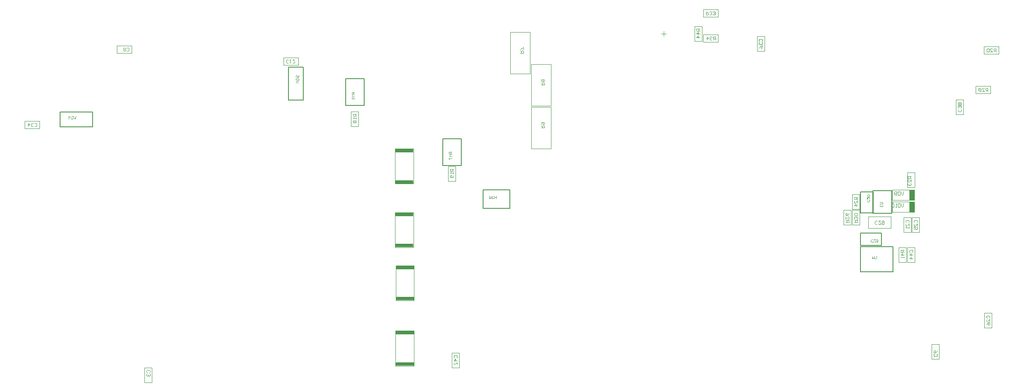
<source format=gbr>
%TF.GenerationSoftware,Altium Limited,Altium Designer,24.3.1 (35)*%
G04 Layer_Color=32896*
%FSLAX43Y43*%
%MOMM*%
%TF.SameCoordinates,2EF1D394-34E5-4190-8ABA-250447B0B6E5*%
%TF.FilePolarity,Positive*%
%TF.FileFunction,Other,Bottom_Assembly*%
%TF.Part,Single*%
G01*
G75*
%TA.AperFunction,NonConductor*%
%ADD88C,0.200*%
%ADD129C,0.100*%
%ADD134R,3.800X0.800*%
%ADD135R,1.050X2.150*%
G36*
X31729Y56356D02*
X31740Y56341D01*
X31752Y56326D01*
X31763Y56313D01*
X31774Y56302D01*
X31782Y56293D01*
X31786Y56290D01*
X31789Y56287D01*
X31789Y56286D01*
X31790Y56285D01*
X31810Y56270D01*
X31829Y56255D01*
X31848Y56242D01*
X31866Y56232D01*
X31882Y56222D01*
X31888Y56219D01*
X31894Y56216D01*
X31899Y56213D01*
X31902Y56212D01*
X31904Y56210D01*
X31905D01*
Y56135D01*
X31891Y56140D01*
X31877Y56147D01*
X31863Y56153D01*
X31850Y56160D01*
X31839Y56165D01*
X31830Y56170D01*
X31825Y56173D01*
X31824Y56174D01*
X31823D01*
X31806Y56185D01*
X31791Y56195D01*
X31778Y56204D01*
X31768Y56212D01*
X31759Y56219D01*
X31753Y56224D01*
X31749Y56228D01*
X31748Y56229D01*
Y55729D01*
X31669D01*
Y56371D01*
X31720D01*
X31729Y56356D01*
D02*
G37*
G36*
X32993Y55729D02*
X32904D01*
X32655Y56369D01*
X32741D01*
X32915Y55904D01*
X32922Y55884D01*
X32929Y55866D01*
X32934Y55848D01*
X32939Y55832D01*
X32943Y55818D01*
X32946Y55808D01*
X32947Y55805D01*
X32948Y55802D01*
X32949Y55800D01*
Y55799D01*
X32960Y55836D01*
X32965Y55854D01*
X32971Y55869D01*
X32976Y55883D01*
X32978Y55889D01*
X32978Y55894D01*
X32980Y55898D01*
X32981Y55901D01*
X32982Y55903D01*
Y55904D01*
X33149Y56369D01*
X33241D01*
X32993Y55729D01*
D02*
G37*
G36*
X32578D02*
X32348D01*
X32327Y55730D01*
X32307Y55731D01*
X32290Y55732D01*
X32275Y55734D01*
X32262Y55736D01*
X32253Y55737D01*
X32250Y55738D01*
X32247Y55739D01*
X32245D01*
X32229Y55744D01*
X32214Y55749D01*
X32201Y55754D01*
X32190Y55759D01*
X32181Y55764D01*
X32174Y55768D01*
X32170Y55770D01*
X32169Y55771D01*
X32157Y55780D01*
X32146Y55790D01*
X32136Y55799D01*
X32128Y55808D01*
X32120Y55817D01*
X32115Y55823D01*
X32111Y55828D01*
X32110Y55830D01*
X32101Y55844D01*
X32092Y55860D01*
X32084Y55875D01*
X32079Y55890D01*
X32073Y55903D01*
X32070Y55913D01*
X32069Y55916D01*
X32068Y55919D01*
X32067Y55921D01*
Y55922D01*
X32061Y55944D01*
X32057Y55966D01*
X32054Y55988D01*
X32051Y56008D01*
X32050Y56026D01*
Y56033D01*
X32049Y56039D01*
Y56044D01*
Y56049D01*
Y56051D01*
Y56051D01*
X32050Y56083D01*
X32053Y56112D01*
X32058Y56137D01*
X32059Y56149D01*
X32062Y56160D01*
X32065Y56170D01*
X32067Y56178D01*
X32069Y56186D01*
X32071Y56192D01*
X32072Y56198D01*
X32074Y56201D01*
X32075Y56203D01*
Y56204D01*
X32085Y56228D01*
X32097Y56249D01*
X32110Y56268D01*
X32122Y56284D01*
X32133Y56296D01*
X32143Y56306D01*
X32146Y56308D01*
X32149Y56311D01*
X32150Y56312D01*
X32151Y56313D01*
X32166Y56325D01*
X32181Y56334D01*
X32197Y56343D01*
X32212Y56349D01*
X32225Y56354D01*
X32235Y56357D01*
X32239Y56358D01*
X32242D01*
X32243Y56359D01*
X32244D01*
X32260Y56362D01*
X32279Y56365D01*
X32297Y56367D01*
X32316Y56368D01*
X32332Y56369D01*
X32578D01*
Y55729D01*
D02*
G37*
G36*
X78635Y64800D02*
X78651Y64798D01*
X78667Y64795D01*
X78680Y64792D01*
X78693Y64787D01*
X78706Y64782D01*
X78717Y64777D01*
X78728Y64772D01*
X78737Y64767D01*
X78745Y64761D01*
X78752Y64757D01*
X78758Y64752D01*
X78763Y64748D01*
X78765Y64745D01*
X78767Y64744D01*
X78768Y64743D01*
X78778Y64732D01*
X78788Y64721D01*
X78795Y64709D01*
X78801Y64696D01*
X78808Y64684D01*
X78813Y64672D01*
X78819Y64650D01*
X78822Y64640D01*
X78824Y64631D01*
X78825Y64623D01*
X78826Y64615D01*
X78826Y64610D01*
Y64589D01*
X78825Y64578D01*
X78820Y64556D01*
X78814Y64536D01*
X78806Y64517D01*
X78799Y64502D01*
X78795Y64496D01*
X78792Y64490D01*
X78789Y64486D01*
X78788Y64483D01*
X78787Y64481D01*
X78786Y64480D01*
X78959Y64514D01*
Y64770D01*
X79034D01*
Y64452D01*
X78704Y64390D01*
X78694Y64464D01*
X78704Y64471D01*
X78713Y64479D01*
X78721Y64487D01*
X78728Y64494D01*
X78732Y64501D01*
X78737Y64507D01*
X78739Y64511D01*
X78740Y64512D01*
X78745Y64524D01*
X78750Y64536D01*
X78752Y64547D01*
X78755Y64558D01*
X78756Y64567D01*
X78757Y64574D01*
Y64592D01*
X78755Y64603D01*
X78751Y64623D01*
X78744Y64639D01*
X78738Y64654D01*
X78730Y64665D01*
X78724Y64673D01*
X78719Y64678D01*
X78718Y64680D01*
X78717D01*
X78702Y64693D01*
X78685Y64702D01*
X78667Y64709D01*
X78650Y64713D01*
X78635Y64716D01*
X78629Y64717D01*
X78623D01*
X78618Y64718D01*
X78615D01*
X78613D01*
X78612D01*
X78599D01*
X78587Y64716D01*
X78564Y64711D01*
X78544Y64705D01*
X78529Y64698D01*
X78516Y64691D01*
X78506Y64684D01*
X78503Y64682D01*
X78500Y64680D01*
X78499Y64679D01*
X78498Y64678D01*
X78491Y64671D01*
X78484Y64663D01*
X78473Y64647D01*
X78466Y64631D01*
X78461Y64615D01*
X78458Y64602D01*
X78457Y64591D01*
X78456Y64587D01*
Y64582D01*
X78457Y64564D01*
X78460Y64549D01*
X78465Y64535D01*
X78470Y64524D01*
X78476Y64513D01*
X78481Y64506D01*
X78484Y64502D01*
X78485Y64500D01*
X78498Y64489D01*
X78512Y64480D01*
X78528Y64473D01*
X78542Y64467D01*
X78556Y64464D01*
X78566Y64461D01*
X78570Y64460D01*
X78573Y64459D01*
X78575D01*
X78576D01*
X78569Y64377D01*
X78555Y64378D01*
X78541Y64381D01*
X78515Y64390D01*
X78493Y64400D01*
X78483Y64405D01*
X78474Y64411D01*
X78466Y64415D01*
X78458Y64421D01*
X78453Y64426D01*
X78448Y64430D01*
X78445Y64434D01*
X78441Y64436D01*
X78440Y64438D01*
X78439Y64439D01*
X78431Y64450D01*
X78423Y64461D01*
X78417Y64473D01*
X78411Y64485D01*
X78403Y64508D01*
X78397Y64531D01*
X78395Y64541D01*
X78394Y64551D01*
X78393Y64560D01*
X78392Y64567D01*
X78391Y64574D01*
Y64582D01*
X78392Y64601D01*
X78395Y64620D01*
X78398Y64637D01*
X78403Y64653D01*
X78409Y64668D01*
X78416Y64682D01*
X78422Y64695D01*
X78430Y64706D01*
X78437Y64716D01*
X78444Y64725D01*
X78451Y64733D01*
X78457Y64739D01*
X78461Y64744D01*
X78465Y64747D01*
X78468Y64749D01*
X78469Y64750D01*
X78481Y64759D01*
X78494Y64767D01*
X78506Y64774D01*
X78519Y64780D01*
X78544Y64789D01*
X78568Y64795D01*
X78578Y64796D01*
X78588Y64798D01*
X78596Y64799D01*
X78604Y64800D01*
X78610Y64801D01*
X78615D01*
X78618D01*
X78618D01*
X78635Y64800D01*
D02*
G37*
G36*
X78756Y64292D02*
X78785Y64289D01*
X78811Y64284D01*
X78823Y64282D01*
X78833Y64280D01*
X78843Y64277D01*
X78851Y64275D01*
X78859Y64273D01*
X78865Y64270D01*
X78871Y64269D01*
X78875Y64268D01*
X78876Y64267D01*
X78877D01*
X78901Y64256D01*
X78923Y64244D01*
X78941Y64231D01*
X78957Y64219D01*
X78970Y64208D01*
X78979Y64199D01*
X78982Y64195D01*
X78985Y64193D01*
X78985Y64192D01*
X78986Y64191D01*
X78998Y64176D01*
X79008Y64160D01*
X79016Y64145D01*
X79022Y64130D01*
X79027Y64117D01*
X79030Y64107D01*
X79032Y64103D01*
Y64100D01*
X79033Y64098D01*
Y64097D01*
X79035Y64082D01*
X79038Y64063D01*
X79040Y64045D01*
X79041Y64026D01*
X79042Y64010D01*
Y63764D01*
X78402D01*
Y63994D01*
X78403Y64015D01*
X78404Y64035D01*
X78406Y64052D01*
X78408Y64067D01*
X78409Y64080D01*
X78410Y64089D01*
X78411Y64092D01*
X78412Y64095D01*
Y64096D01*
X78417Y64113D01*
X78422Y64128D01*
X78427Y64141D01*
X78433Y64152D01*
X78437Y64161D01*
X78441Y64168D01*
X78444Y64171D01*
X78445Y64173D01*
X78453Y64185D01*
X78463Y64195D01*
X78472Y64206D01*
X78482Y64214D01*
X78490Y64221D01*
X78496Y64227D01*
X78501Y64231D01*
X78503Y64231D01*
X78518Y64241D01*
X78533Y64250D01*
X78548Y64257D01*
X78563Y64263D01*
X78576Y64268D01*
X78586Y64272D01*
X78590Y64273D01*
X78593Y64274D01*
X78594Y64275D01*
X78595D01*
X78618Y64280D01*
X78640Y64285D01*
X78661Y64288D01*
X78681Y64291D01*
X78699Y64292D01*
X78706D01*
X78713Y64292D01*
X78717D01*
X78722D01*
X78724D01*
X78725D01*
X78756Y64292D01*
D02*
G37*
G36*
X79042Y63601D02*
X78577Y63427D01*
X78557Y63420D01*
X78539Y63413D01*
X78521Y63408D01*
X78506Y63403D01*
X78492Y63398D01*
X78482Y63396D01*
X78478Y63395D01*
X78475Y63394D01*
X78473Y63393D01*
X78472D01*
X78509Y63382D01*
X78527Y63376D01*
X78543Y63371D01*
X78556Y63366D01*
X78562Y63364D01*
X78568Y63363D01*
X78571Y63361D01*
X78574Y63361D01*
X78576Y63360D01*
X78577D01*
X79042Y63193D01*
Y63101D01*
X78402Y63348D01*
Y63437D01*
X79042Y63687D01*
Y63601D01*
D02*
G37*
G36*
X90514Y61265D02*
X90230D01*
Y61156D01*
X90231Y61146D01*
Y61138D01*
X90232Y61132D01*
X90233Y61127D01*
Y61124D01*
X90234Y61122D01*
Y61121D01*
X90238Y61106D01*
X90241Y61099D01*
X90244Y61094D01*
X90247Y61088D01*
X90249Y61085D01*
X90249Y61083D01*
X90250Y61082D01*
X90256Y61075D01*
X90262Y61067D01*
X90276Y61053D01*
X90283Y61047D01*
X90288Y61042D01*
X90292Y61039D01*
X90293Y61038D01*
X90306Y61029D01*
X90320Y61019D01*
X90335Y61009D01*
X90348Y60999D01*
X90361Y60990D01*
X90372Y60984D01*
X90375Y60981D01*
X90378Y60979D01*
X90380Y60977D01*
X90381D01*
X90514Y60893D01*
Y60788D01*
X90340Y60898D01*
X90322Y60911D01*
X90305Y60923D01*
X90291Y60935D01*
X90278Y60945D01*
X90269Y60954D01*
X90262Y60962D01*
X90257Y60966D01*
X90255Y60968D01*
X90249Y60976D01*
X90243Y60984D01*
X90233Y61001D01*
X90229Y61008D01*
X90225Y61013D01*
X90224Y61017D01*
X90223Y61019D01*
X90220Y61002D01*
X90217Y60987D01*
X90213Y60973D01*
X90209Y60959D01*
X90204Y60947D01*
X90199Y60936D01*
X90194Y60926D01*
X90189Y60916D01*
X90184Y60909D01*
X90179Y60902D01*
X90176Y60896D01*
X90172Y60891D01*
X90169Y60888D01*
X90166Y60885D01*
X90165Y60884D01*
X90164Y60883D01*
X90155Y60876D01*
X90146Y60868D01*
X90127Y60857D01*
X90107Y60850D01*
X90089Y60844D01*
X90073Y60841D01*
X90066Y60840D01*
X90060D01*
X90055Y60839D01*
X90052D01*
X90050D01*
X90049D01*
X90029Y60840D01*
X90012Y60842D01*
X89995Y60847D01*
X89981Y60852D01*
X89969Y60857D01*
X89960Y60861D01*
X89955Y60865D01*
X89954Y60866D01*
X89953D01*
X89938Y60877D01*
X89925Y60888D01*
X89914Y60900D01*
X89906Y60911D01*
X89899Y60921D01*
X89895Y60929D01*
X89893Y60935D01*
X89892Y60936D01*
Y60937D01*
X89889Y60945D01*
X89886Y60955D01*
X89882Y60976D01*
X89879Y60998D01*
X89876Y61018D01*
X89875Y61038D01*
Y61046D01*
X89874Y61053D01*
Y61350D01*
X90514D01*
Y61265D01*
D02*
G37*
G36*
X90102Y60664D02*
X90096Y60650D01*
X90090Y60636D01*
X90083Y60623D01*
X90078Y60612D01*
X90073Y60603D01*
X90069Y60597D01*
X90068Y60597D01*
Y60596D01*
X90058Y60579D01*
X90048Y60564D01*
X90039Y60551D01*
X90030Y60541D01*
X90024Y60532D01*
X90018Y60526D01*
X90015Y60522D01*
X90014Y60521D01*
X90514D01*
Y60442D01*
X89871D01*
Y60493D01*
X89887Y60502D01*
X89902Y60512D01*
X89917Y60524D01*
X89930Y60535D01*
X89941Y60547D01*
X89950Y60555D01*
X89953Y60559D01*
X89955Y60561D01*
X89956Y60562D01*
X89957Y60563D01*
X89973Y60583D01*
X89988Y60602D01*
X90001Y60621D01*
X90011Y60639D01*
X90020Y60655D01*
X90024Y60661D01*
X90027Y60667D01*
X90029Y60671D01*
X90030Y60675D01*
X90032Y60677D01*
Y60678D01*
X90108D01*
X90102Y60664D01*
D02*
G37*
G36*
X90245Y60243D02*
X90273Y60241D01*
X90298Y60239D01*
X90323Y60234D01*
X90344Y60229D01*
X90363Y60225D01*
X90381Y60219D01*
X90396Y60213D01*
X90409Y60207D01*
X90421Y60202D01*
X90431Y60197D01*
X90439Y60192D01*
X90446Y60188D01*
X90449Y60185D01*
X90452Y60183D01*
X90453Y60182D01*
X90466Y60170D01*
X90477Y60157D01*
X90486Y60144D01*
X90494Y60131D01*
X90502Y60118D01*
X90507Y60105D01*
X90512Y60092D01*
X90516Y60079D01*
X90519Y60068D01*
X90521Y60057D01*
X90523Y60047D01*
X90524Y60039D01*
Y60032D01*
X90525Y60027D01*
Y60022D01*
X90524Y60001D01*
X90520Y59982D01*
X90517Y59964D01*
X90511Y59948D01*
X90507Y59936D01*
X90502Y59927D01*
X90501Y59923D01*
X90499Y59921D01*
X90498Y59920D01*
Y59919D01*
X90487Y59903D01*
X90474Y59888D01*
X90461Y59876D01*
X90448Y59866D01*
X90436Y59858D01*
X90427Y59852D01*
X90423Y59850D01*
X90421Y59849D01*
X90420Y59848D01*
X90419D01*
X90399Y59838D01*
X90379Y59832D01*
X90360Y59827D01*
X90343Y59824D01*
X90328Y59822D01*
X90323D01*
X90317Y59821D01*
X90312D01*
X90310D01*
X90308D01*
X90307D01*
X90290Y59822D01*
X90274Y59824D01*
X90259Y59826D01*
X90245Y59829D01*
X90232Y59834D01*
X90219Y59838D01*
X90208Y59843D01*
X90198Y59849D01*
X90188Y59854D01*
X90180Y59859D01*
X90174Y59863D01*
X90167Y59868D01*
X90163Y59871D01*
X90160Y59873D01*
X90158Y59875D01*
X90157Y59876D01*
X90147Y59886D01*
X90138Y59898D01*
X90130Y59910D01*
X90124Y59921D01*
X90117Y59932D01*
X90113Y59943D01*
X90106Y59964D01*
X90103Y59973D01*
X90102Y59983D01*
X90101Y59990D01*
X90100Y59997D01*
X90099Y60003D01*
Y60010D01*
X90100Y60027D01*
X90102Y60043D01*
X90105Y60057D01*
X90109Y60070D01*
X90114Y60082D01*
X90116Y60090D01*
X90119Y60095D01*
X90120Y60096D01*
Y60097D01*
X90129Y60112D01*
X90139Y60125D01*
X90150Y60137D01*
X90161Y60146D01*
X90170Y60155D01*
X90177Y60161D01*
X90183Y60165D01*
X90184Y60166D01*
X90167D01*
X90151Y60165D01*
X90136Y60164D01*
X90121Y60162D01*
X90108Y60161D01*
X90096Y60159D01*
X90085Y60157D01*
X90075Y60155D01*
X90065Y60153D01*
X90058Y60151D01*
X90052Y60149D01*
X90046Y60148D01*
X90042Y60146D01*
X90040Y60145D01*
X90038Y60144D01*
X90037D01*
X90018Y60135D01*
X90002Y60126D01*
X89989Y60116D01*
X89978Y60106D01*
X89968Y60098D01*
X89962Y60092D01*
X89958Y60087D01*
X89957Y60085D01*
X89950Y60074D01*
X89945Y60063D01*
X89942Y60052D01*
X89939Y60041D01*
X89937Y60033D01*
X89936Y60025D01*
Y60019D01*
X89938Y60002D01*
X89942Y59986D01*
X89947Y59973D01*
X89953Y59961D01*
X89959Y59952D01*
X89965Y59946D01*
X89968Y59942D01*
X89970Y59940D01*
X89979Y59934D01*
X89989Y59927D01*
X90000Y59922D01*
X90011Y59918D01*
X90021Y59914D01*
X90029Y59911D01*
X90035Y59910D01*
X90036Y59910D01*
X90037D01*
X90030Y59831D01*
X90004Y59837D01*
X89981Y59845D01*
X89961Y59854D01*
X89944Y59864D01*
X89931Y59874D01*
X89926Y59878D01*
X89921Y59883D01*
X89919Y59886D01*
X89916Y59888D01*
X89915Y59889D01*
X89914Y59890D01*
X89906Y59899D01*
X89900Y59910D01*
X89889Y59930D01*
X89882Y59950D01*
X89877Y59970D01*
X89873Y59987D01*
X89872Y59995D01*
Y60001D01*
X89871Y60007D01*
Y60014D01*
X89872Y60033D01*
X89874Y60050D01*
X89878Y60067D01*
X89882Y60082D01*
X89889Y60096D01*
X89894Y60110D01*
X89902Y60122D01*
X89908Y60133D01*
X89915Y60143D01*
X89922Y60152D01*
X89928Y60159D01*
X89933Y60165D01*
X89939Y60169D01*
X89943Y60173D01*
X89944Y60175D01*
X89945Y60176D01*
X89962Y60188D01*
X89981Y60198D01*
X90002Y60207D01*
X90023Y60216D01*
X90045Y60222D01*
X90067Y60228D01*
X90090Y60232D01*
X90112Y60236D01*
X90133Y60239D01*
X90152Y60241D01*
X90170Y60242D01*
X90185Y60243D01*
X90198D01*
X90207Y60244D01*
X90211D01*
X90213D01*
X90214D01*
X90215D01*
X90245Y60243D01*
D02*
G37*
G36*
X110550Y48915D02*
X110266D01*
Y48806D01*
X110267Y48796D01*
Y48788D01*
X110268Y48782D01*
X110269Y48777D01*
Y48773D01*
X110270Y48772D01*
Y48771D01*
X110274Y48756D01*
X110277Y48749D01*
X110280Y48744D01*
X110283Y48738D01*
X110285Y48735D01*
X110286Y48733D01*
X110287Y48732D01*
X110292Y48724D01*
X110299Y48717D01*
X110312Y48703D01*
X110319Y48697D01*
X110324Y48692D01*
X110328Y48689D01*
X110329Y48688D01*
X110342Y48679D01*
X110356Y48669D01*
X110371Y48659D01*
X110385Y48649D01*
X110397Y48640D01*
X110408Y48634D01*
X110411Y48631D01*
X110414Y48629D01*
X110416Y48627D01*
X110417D01*
X110550Y48543D01*
Y48438D01*
X110376Y48548D01*
X110358Y48561D01*
X110341Y48573D01*
X110327Y48585D01*
X110314Y48595D01*
X110305Y48604D01*
X110298Y48612D01*
X110293Y48616D01*
X110291Y48618D01*
X110286Y48626D01*
X110279Y48634D01*
X110269Y48651D01*
X110265Y48658D01*
X110262Y48663D01*
X110260Y48667D01*
X110259Y48669D01*
X110256Y48652D01*
X110253Y48637D01*
X110249Y48623D01*
X110245Y48609D01*
X110240Y48597D01*
X110235Y48586D01*
X110230Y48576D01*
X110225Y48566D01*
X110220Y48559D01*
X110215Y48552D01*
X110212Y48546D01*
X110208Y48541D01*
X110205Y48538D01*
X110202Y48535D01*
X110201Y48534D01*
X110201Y48533D01*
X110191Y48526D01*
X110182Y48518D01*
X110163Y48507D01*
X110143Y48500D01*
X110125Y48494D01*
X110109Y48491D01*
X110103Y48490D01*
X110096D01*
X110091Y48489D01*
X110088D01*
X110086D01*
X110085D01*
X110066Y48490D01*
X110048Y48492D01*
X110031Y48497D01*
X110017Y48502D01*
X110005Y48507D01*
X109996Y48511D01*
X109991Y48515D01*
X109990Y48516D01*
X109989D01*
X109974Y48527D01*
X109961Y48538D01*
X109950Y48550D01*
X109942Y48561D01*
X109935Y48571D01*
X109931Y48579D01*
X109929Y48585D01*
X109928Y48586D01*
Y48587D01*
X109925Y48595D01*
X109922Y48605D01*
X109918Y48626D01*
X109915Y48648D01*
X109912Y48668D01*
X109911Y48688D01*
Y48696D01*
X109910Y48703D01*
Y49000D01*
X110550D01*
Y48915D01*
D02*
G37*
G36*
X110139Y48314D02*
X110132Y48300D01*
X110126Y48286D01*
X110119Y48273D01*
X110114Y48262D01*
X110109Y48253D01*
X110105Y48247D01*
X110104Y48246D01*
Y48246D01*
X110094Y48229D01*
X110084Y48214D01*
X110075Y48201D01*
X110066Y48191D01*
X110060Y48182D01*
X110054Y48176D01*
X110051Y48172D01*
X110050Y48171D01*
X110550D01*
Y48092D01*
X109907D01*
Y48143D01*
X109923Y48152D01*
X109938Y48162D01*
X109953Y48174D01*
X109966Y48185D01*
X109977Y48197D01*
X109986Y48205D01*
X109989Y48209D01*
X109992Y48211D01*
X109993Y48212D01*
X109993Y48213D01*
X110009Y48233D01*
X110024Y48252D01*
X110037Y48271D01*
X110047Y48289D01*
X110056Y48305D01*
X110060Y48311D01*
X110063Y48317D01*
X110066Y48321D01*
X110066Y48325D01*
X110068Y48327D01*
Y48328D01*
X110144D01*
X110139Y48314D01*
D02*
G37*
G36*
X109994Y47572D02*
X110021Y47594D01*
X110050Y47615D01*
X110078Y47634D01*
X110104Y47651D01*
X110116Y47658D01*
X110127Y47665D01*
X110138Y47671D01*
X110146Y47676D01*
X110153Y47680D01*
X110158Y47683D01*
X110162Y47684D01*
X110163Y47685D01*
X110200Y47704D01*
X110237Y47720D01*
X110272Y47734D01*
X110287Y47740D01*
X110303Y47745D01*
X110317Y47751D01*
X110330Y47755D01*
X110341Y47758D01*
X110350Y47761D01*
X110359Y47764D01*
X110364Y47766D01*
X110368Y47767D01*
X110369D01*
X110407Y47776D01*
X110425Y47780D01*
X110442Y47782D01*
X110458Y47785D01*
X110473Y47788D01*
X110486Y47790D01*
X110499Y47792D01*
X110510Y47793D01*
X110520Y47793D01*
X110530Y47794D01*
X110537D01*
X110543Y47795D01*
X110546D01*
X110549D01*
X110550D01*
Y47715D01*
X110515Y47712D01*
X110483Y47707D01*
X110453Y47703D01*
X110439Y47700D01*
X110426Y47697D01*
X110415Y47695D01*
X110405Y47693D01*
X110396Y47691D01*
X110388Y47689D01*
X110383Y47687D01*
X110378Y47686D01*
X110375Y47685D01*
X110374D01*
X110332Y47671D01*
X110292Y47657D01*
X110273Y47649D01*
X110254Y47642D01*
X110238Y47634D01*
X110221Y47626D01*
X110206Y47620D01*
X110193Y47613D01*
X110182Y47608D01*
X110172Y47603D01*
X110164Y47598D01*
X110158Y47596D01*
X110154Y47594D01*
X110153Y47593D01*
X110134Y47582D01*
X110115Y47571D01*
X110097Y47560D01*
X110080Y47548D01*
X110066Y47538D01*
X110051Y47528D01*
X110038Y47518D01*
X110027Y47510D01*
X110016Y47501D01*
X110006Y47494D01*
X109999Y47487D01*
X109993Y47481D01*
X109987Y47477D01*
X109983Y47474D01*
X109981Y47472D01*
X109980Y47471D01*
X109919D01*
Y47885D01*
X109994D01*
Y47572D01*
D02*
G37*
G36*
X118888Y40023D02*
X118913Y40018D01*
X118935Y40011D01*
X118953Y40003D01*
X118962Y39999D01*
X118968Y39995D01*
X118974Y39991D01*
X118979Y39988D01*
X118983Y39985D01*
X118986Y39983D01*
X118987Y39982D01*
X118988Y39981D01*
X119006Y39964D01*
X119020Y39944D01*
X119031Y39924D01*
X119040Y39904D01*
X119046Y39886D01*
X119048Y39879D01*
X119050Y39872D01*
X119051Y39867D01*
X119052Y39863D01*
X119053Y39860D01*
Y39859D01*
X118974Y39845D01*
X118971Y39866D01*
X118965Y39883D01*
X118959Y39898D01*
X118952Y39910D01*
X118946Y39919D01*
X118940Y39926D01*
X118937Y39930D01*
X118936Y39931D01*
X118924Y39941D01*
X118911Y39948D01*
X118899Y39953D01*
X118887Y39956D01*
X118876Y39958D01*
X118867Y39960D01*
X118860D01*
X118843Y39959D01*
X118828Y39955D01*
X118815Y39951D01*
X118804Y39946D01*
X118796Y39941D01*
X118790Y39936D01*
X118785Y39932D01*
X118784Y39931D01*
X118774Y39920D01*
X118766Y39908D01*
X118762Y39896D01*
X118758Y39885D01*
X118756Y39875D01*
X118754Y39867D01*
Y39862D01*
Y39861D01*
Y39860D01*
Y39850D01*
X118756Y39841D01*
X118761Y39825D01*
X118767Y39811D01*
X118775Y39799D01*
X118782Y39791D01*
X118789Y39784D01*
X118793Y39781D01*
X118794Y39780D01*
X118795D01*
X118811Y39771D01*
X118826Y39765D01*
X118841Y39760D01*
X118855Y39757D01*
X118867Y39756D01*
X118877Y39754D01*
X118889D01*
X118893Y39755D01*
X118898D01*
X118907Y39685D01*
X118895Y39688D01*
X118884Y39690D01*
X118875Y39692D01*
X118866Y39693D01*
X118860Y39694D01*
X118852D01*
X118832Y39692D01*
X118815Y39688D01*
X118799Y39683D01*
X118786Y39676D01*
X118776Y39670D01*
X118768Y39664D01*
X118764Y39660D01*
X118762Y39659D01*
X118750Y39645D01*
X118741Y39630D01*
X118734Y39615D01*
X118730Y39600D01*
X118728Y39588D01*
X118727Y39578D01*
X118726Y39574D01*
Y39572D01*
Y39570D01*
Y39569D01*
X118728Y39549D01*
X118732Y39530D01*
X118738Y39514D01*
X118745Y39500D01*
X118753Y39489D01*
X118758Y39481D01*
X118763Y39475D01*
X118765Y39474D01*
X118779Y39461D01*
X118795Y39451D01*
X118811Y39445D01*
X118826Y39440D01*
X118839Y39438D01*
X118849Y39437D01*
X118852Y39436D01*
X118858D01*
X118875Y39437D01*
X118890Y39440D01*
X118904Y39445D01*
X118915Y39451D01*
X118925Y39455D01*
X118932Y39460D01*
X118936Y39463D01*
X118937Y39464D01*
X118949Y39477D01*
X118958Y39492D01*
X118966Y39508D01*
X118973Y39524D01*
X118977Y39538D01*
X118979Y39545D01*
X118980Y39550D01*
X118981Y39555D01*
X118982Y39559D01*
X118983Y39561D01*
Y39561D01*
X119061Y39551D01*
X119060Y39536D01*
X119057Y39523D01*
X119048Y39497D01*
X119038Y39475D01*
X119033Y39465D01*
X119027Y39456D01*
X119022Y39448D01*
X119016Y39441D01*
X119011Y39435D01*
X119007Y39430D01*
X119004Y39426D01*
X119001Y39424D01*
X118999Y39422D01*
X118999Y39421D01*
X118987Y39413D01*
X118976Y39404D01*
X118965Y39398D01*
X118953Y39392D01*
X118930Y39383D01*
X118908Y39377D01*
X118898Y39376D01*
X118888Y39374D01*
X118880Y39373D01*
X118873Y39372D01*
X118867Y39371D01*
X118859D01*
X118841Y39372D01*
X118826Y39374D01*
X118810Y39377D01*
X118795Y39380D01*
X118781Y39385D01*
X118769Y39389D01*
X118757Y39395D01*
X118747Y39401D01*
X118737Y39405D01*
X118729Y39411D01*
X118721Y39415D01*
X118716Y39420D01*
X118711Y39424D01*
X118707Y39426D01*
X118705Y39428D01*
X118704Y39429D01*
X118693Y39440D01*
X118684Y39452D01*
X118676Y39464D01*
X118668Y39476D01*
X118663Y39487D01*
X118657Y39500D01*
X118650Y39522D01*
X118648Y39532D01*
X118646Y39541D01*
X118644Y39549D01*
X118643Y39557D01*
X118643Y39562D01*
Y39567D01*
Y39570D01*
Y39571D01*
X118643Y39593D01*
X118647Y39613D01*
X118653Y39631D01*
X118658Y39646D01*
X118664Y39658D01*
X118669Y39667D01*
X118673Y39672D01*
X118674Y39674D01*
X118687Y39688D01*
X118701Y39700D01*
X118716Y39709D01*
X118730Y39717D01*
X118743Y39722D01*
X118754Y39726D01*
X118757Y39727D01*
X118760Y39728D01*
X118762Y39729D01*
X118763D01*
X118747Y39737D01*
X118734Y39745D01*
X118723Y39755D01*
X118714Y39763D01*
X118706Y39770D01*
X118701Y39777D01*
X118698Y39781D01*
X118697Y39782D01*
X118690Y39795D01*
X118684Y39808D01*
X118680Y39821D01*
X118677Y39833D01*
X118675Y39843D01*
X118674Y39851D01*
Y39856D01*
Y39858D01*
X118675Y39874D01*
X118678Y39890D01*
X118681Y39904D01*
X118686Y39916D01*
X118691Y39926D01*
X118694Y39934D01*
X118697Y39939D01*
X118698Y39941D01*
X118707Y39954D01*
X118718Y39966D01*
X118729Y39977D01*
X118741Y39986D01*
X118750Y39992D01*
X118758Y39998D01*
X118764Y40001D01*
X118765Y40002D01*
X118766D01*
X118782Y40009D01*
X118799Y40014D01*
X118815Y40019D01*
X118830Y40022D01*
X118842Y40024D01*
X118852Y40025D01*
X118876D01*
X118888Y40023D01*
D02*
G37*
G36*
X118380Y40024D02*
X118395Y40022D01*
X118410Y40019D01*
X118423Y40015D01*
X118447Y40005D01*
X118459Y40001D01*
X118468Y39995D01*
X118477Y39989D01*
X118484Y39984D01*
X118492Y39978D01*
X118497Y39974D01*
X118502Y39970D01*
X118505Y39967D01*
X118507Y39965D01*
X118508Y39965D01*
X118518Y39953D01*
X118526Y39941D01*
X118534Y39929D01*
X118541Y39916D01*
X118546Y39902D01*
X118551Y39889D01*
X118557Y39865D01*
X118560Y39853D01*
X118562Y39843D01*
X118563Y39832D01*
X118564Y39824D01*
X118565Y39818D01*
Y39813D01*
Y39809D01*
Y39808D01*
X118564Y39791D01*
X118562Y39775D01*
X118560Y39759D01*
X118557Y39745D01*
X118552Y39732D01*
X118547Y39719D01*
X118543Y39708D01*
X118537Y39697D01*
X118533Y39688D01*
X118528Y39680D01*
X118523Y39673D01*
X118519Y39667D01*
X118515Y39662D01*
X118513Y39659D01*
X118511Y39658D01*
X118510Y39657D01*
X118500Y39647D01*
X118489Y39638D01*
X118478Y39630D01*
X118466Y39623D01*
X118455Y39618D01*
X118444Y39613D01*
X118423Y39607D01*
X118413Y39604D01*
X118404Y39602D01*
X118397Y39601D01*
X118389Y39600D01*
X118384Y39599D01*
X118376D01*
X118359Y39600D01*
X118342Y39603D01*
X118327Y39607D01*
X118313Y39611D01*
X118303Y39615D01*
X118295Y39619D01*
X118289Y39622D01*
X118288Y39622D01*
X118273Y39632D01*
X118260Y39642D01*
X118249Y39652D01*
X118239Y39661D01*
X118233Y39671D01*
X118227Y39677D01*
X118224Y39682D01*
X118223Y39683D01*
Y39676D01*
Y39671D01*
Y39669D01*
Y39668D01*
X118224Y39649D01*
X118225Y39632D01*
X118227Y39616D01*
X118228Y39601D01*
X118231Y39589D01*
X118233Y39580D01*
X118234Y39576D01*
Y39573D01*
X118235Y39573D01*
Y39572D01*
X118239Y39555D01*
X118244Y39540D01*
X118249Y39527D01*
X118253Y39516D01*
X118257Y39508D01*
X118261Y39501D01*
X118263Y39497D01*
X118263Y39496D01*
X118271Y39486D01*
X118278Y39477D01*
X118286Y39470D01*
X118293Y39463D01*
X118299Y39458D01*
X118304Y39454D01*
X118308Y39452D01*
X118309Y39451D01*
X118319Y39446D01*
X118330Y39442D01*
X118340Y39439D01*
X118350Y39438D01*
X118359Y39437D01*
X118365Y39436D01*
X118372D01*
X118386Y39437D01*
X118400Y39439D01*
X118412Y39443D01*
X118423Y39448D01*
X118430Y39451D01*
X118436Y39455D01*
X118440Y39458D01*
X118441Y39459D01*
X118450Y39469D01*
X118458Y39481D01*
X118464Y39494D01*
X118469Y39507D01*
X118472Y39518D01*
X118475Y39528D01*
X118476Y39532D01*
Y39534D01*
X118477Y39536D01*
Y39536D01*
X118553Y39530D01*
X118547Y39503D01*
X118540Y39480D01*
X118531Y39460D01*
X118521Y39443D01*
X118512Y39430D01*
X118508Y39425D01*
X118504Y39420D01*
X118501Y39417D01*
X118498Y39414D01*
X118497Y39414D01*
X118496Y39413D01*
X118487Y39405D01*
X118477Y39399D01*
X118457Y39389D01*
X118436Y39381D01*
X118417Y39377D01*
X118399Y39373D01*
X118392Y39372D01*
X118386D01*
X118381Y39371D01*
X118374D01*
X118348Y39373D01*
X118325Y39377D01*
X118303Y39383D01*
X118286Y39390D01*
X118278Y39393D01*
X118271Y39397D01*
X118265Y39401D01*
X118260Y39403D01*
X118256Y39405D01*
X118253Y39407D01*
X118251Y39409D01*
X118251D01*
X118232Y39425D01*
X118215Y39442D01*
X118202Y39461D01*
X118191Y39478D01*
X118182Y39494D01*
X118178Y39501D01*
X118176Y39507D01*
X118174Y39512D01*
X118172Y39516D01*
X118171Y39518D01*
Y39519D01*
X118166Y39533D01*
X118162Y39549D01*
X118155Y39580D01*
X118151Y39613D01*
X118148Y39645D01*
X118146Y39659D01*
X118145Y39672D01*
Y39684D01*
X118144Y39695D01*
Y39703D01*
Y39709D01*
Y39714D01*
Y39715D01*
Y39736D01*
X118145Y39757D01*
X118147Y39775D01*
X118149Y39793D01*
X118151Y39808D01*
X118153Y39823D01*
X118155Y39837D01*
X118158Y39849D01*
X118161Y39859D01*
X118163Y39868D01*
X118165Y39877D01*
X118167Y39883D01*
X118169Y39888D01*
X118171Y39892D01*
X118172Y39893D01*
Y39894D01*
X118183Y39916D01*
X118195Y39936D01*
X118209Y39953D01*
X118221Y39966D01*
X118233Y39977D01*
X118242Y39984D01*
X118246Y39987D01*
X118249Y39989D01*
X118250Y39990D01*
X118251D01*
X118270Y40002D01*
X118289Y40010D01*
X118309Y40016D01*
X118326Y40020D01*
X118342Y40023D01*
X118349Y40024D01*
X118353D01*
X118358Y40025D01*
X118364D01*
X118380Y40024D01*
D02*
G37*
G36*
X119674Y39382D02*
X119589D01*
Y39666D01*
X119480D01*
X119470Y39665D01*
X119463D01*
X119456Y39664D01*
X119452Y39663D01*
X119448D01*
X119446Y39662D01*
X119445D01*
X119430Y39658D01*
X119424Y39655D01*
X119418Y39652D01*
X119413Y39649D01*
X119409Y39647D01*
X119407Y39647D01*
X119406Y39646D01*
X119399Y39640D01*
X119391Y39634D01*
X119378Y39620D01*
X119371Y39613D01*
X119366Y39608D01*
X119364Y39604D01*
X119363Y39603D01*
X119354Y39590D01*
X119343Y39576D01*
X119333Y39561D01*
X119323Y39548D01*
X119315Y39535D01*
X119308Y39524D01*
X119305Y39521D01*
X119304Y39518D01*
X119302Y39516D01*
Y39515D01*
X119218Y39382D01*
X119112D01*
X119222Y39556D01*
X119235Y39574D01*
X119247Y39591D01*
X119259Y39605D01*
X119269Y39618D01*
X119279Y39627D01*
X119286Y39634D01*
X119291Y39639D01*
X119293Y39641D01*
X119300Y39647D01*
X119308Y39653D01*
X119325Y39663D01*
X119332Y39667D01*
X119338Y39671D01*
X119342Y39672D01*
X119343Y39673D01*
X119327Y39676D01*
X119311Y39679D01*
X119297Y39683D01*
X119283Y39687D01*
X119271Y39692D01*
X119260Y39697D01*
X119250Y39702D01*
X119241Y39707D01*
X119233Y39712D01*
X119226Y39717D01*
X119220Y39720D01*
X119216Y39724D01*
X119212Y39727D01*
X119209Y39730D01*
X119208Y39731D01*
X119207Y39732D01*
X119200Y39741D01*
X119193Y39750D01*
X119182Y39769D01*
X119174Y39789D01*
X119169Y39807D01*
X119165Y39823D01*
X119164Y39830D01*
Y39836D01*
X119163Y39841D01*
Y39844D01*
Y39846D01*
Y39847D01*
X119164Y39867D01*
X119167Y39884D01*
X119171Y39901D01*
X119176Y39915D01*
X119182Y39927D01*
X119185Y39936D01*
X119189Y39941D01*
X119190Y39942D01*
Y39943D01*
X119201Y39958D01*
X119212Y39971D01*
X119224Y39982D01*
X119235Y39990D01*
X119245Y39997D01*
X119254Y40001D01*
X119259Y40003D01*
X119260Y40004D01*
X119261D01*
X119269Y40007D01*
X119280Y40010D01*
X119300Y40014D01*
X119322Y40017D01*
X119342Y40020D01*
X119362Y40021D01*
X119370D01*
X119378Y40022D01*
X119674D01*
Y39382D01*
D02*
G37*
G36*
X198962Y38751D02*
X198979Y38750D01*
X198995Y38748D01*
X199008Y38746D01*
X199021Y38744D01*
X199033Y38741D01*
X199045Y38740D01*
X199055Y38738D01*
X199063Y38735D01*
X199070Y38733D01*
X199076Y38731D01*
X199081Y38729D01*
X199084Y38728D01*
X199086Y38727D01*
X199087D01*
X199107Y38717D01*
X199126Y38704D01*
X199141Y38691D01*
X199154Y38678D01*
X199164Y38666D01*
X199171Y38655D01*
X199173Y38652D01*
X199175Y38649D01*
X199177Y38647D01*
Y38646D01*
X199187Y38623D01*
X199194Y38599D01*
X199200Y38574D01*
X199204Y38551D01*
X199204Y38541D01*
X199205Y38531D01*
X199206Y38521D01*
Y38514D01*
X199207Y38507D01*
Y38499D01*
X199205Y38466D01*
X199204Y38451D01*
X199202Y38437D01*
X199199Y38423D01*
X199196Y38411D01*
X199193Y38400D01*
X199190Y38390D01*
X199186Y38381D01*
X199183Y38373D01*
X199180Y38366D01*
X199178Y38360D01*
X199175Y38356D01*
X199174Y38353D01*
X199172Y38351D01*
Y38350D01*
X199158Y38330D01*
X199143Y38313D01*
X199128Y38300D01*
X199113Y38289D01*
X199100Y38281D01*
X199090Y38275D01*
X199086Y38274D01*
X199083Y38272D01*
X199082Y38271D01*
X199081D01*
X199070Y38267D01*
X199057Y38263D01*
X199033Y38258D01*
X199007Y38254D01*
X198982Y38251D01*
X198971Y38250D01*
X198959Y38249D01*
X198950D01*
X198942Y38249D01*
X198935D01*
X198931D01*
X198927D01*
X198926D01*
X198556D01*
Y38334D01*
X198926D01*
X198947D01*
X198968Y38335D01*
X198985Y38337D01*
X199002Y38340D01*
X199017Y38343D01*
X199031Y38347D01*
X199043Y38349D01*
X199053Y38353D01*
X199061Y38357D01*
X199070Y38360D01*
X199075Y38364D01*
X199081Y38367D01*
X199084Y38370D01*
X199087Y38372D01*
X199088Y38372D01*
X199089Y38373D01*
X199096Y38382D01*
X199103Y38391D01*
X199113Y38411D01*
X199120Y38433D01*
X199125Y38455D01*
X199129Y38475D01*
X199130Y38483D01*
Y38492D01*
X199131Y38497D01*
Y38507D01*
X199130Y38526D01*
X199127Y38543D01*
X199124Y38560D01*
X199119Y38573D01*
X199116Y38584D01*
X199113Y38593D01*
X199110Y38597D01*
X199109Y38599D01*
X199101Y38612D01*
X199091Y38623D01*
X199081Y38632D01*
X199071Y38639D01*
X199062Y38644D01*
X199056Y38649D01*
X199051Y38651D01*
X199049Y38652D01*
X199041Y38654D01*
X199033Y38656D01*
X199013Y38660D01*
X198993Y38663D01*
X198972Y38665D01*
X198955Y38666D01*
X198947D01*
X198940Y38666D01*
X198935D01*
X198930D01*
X198927D01*
X198926D01*
X198556D01*
Y38752D01*
X198926D01*
X198945D01*
X198962Y38751D01*
D02*
G37*
G36*
X199042Y38137D02*
X199056Y38134D01*
X199082Y38126D01*
X199104Y38115D01*
X199113Y38110D01*
X199122Y38104D01*
X199131Y38099D01*
X199137Y38093D01*
X199143Y38089D01*
X199148Y38084D01*
X199152Y38081D01*
X199155Y38078D01*
X199156Y38077D01*
X199157Y38076D01*
X199166Y38065D01*
X199174Y38053D01*
X199180Y38042D01*
X199186Y38030D01*
X199195Y38007D01*
X199201Y37985D01*
X199203Y37975D01*
X199204Y37966D01*
X199205Y37957D01*
X199206Y37950D01*
X199207Y37944D01*
Y37936D01*
X199206Y37918D01*
X199204Y37903D01*
X199202Y37887D01*
X199198Y37872D01*
X199193Y37858D01*
X199189Y37846D01*
X199183Y37834D01*
X199178Y37824D01*
X199173Y37814D01*
X199168Y37806D01*
X199163Y37798D01*
X199158Y37793D01*
X199155Y37788D01*
X199152Y37784D01*
X199150Y37783D01*
X199149Y37782D01*
X199138Y37771D01*
X199126Y37761D01*
X199114Y37753D01*
X199102Y37746D01*
X199091Y37740D01*
X199079Y37735D01*
X199057Y37727D01*
X199046Y37725D01*
X199037Y37723D01*
X199029Y37722D01*
X199021Y37721D01*
X199016Y37720D01*
X199011D01*
X199008D01*
X199008D01*
X198985Y37721D01*
X198965Y37724D01*
X198947Y37730D01*
X198933Y37735D01*
X198921Y37741D01*
X198911Y37747D01*
X198906Y37750D01*
X198904Y37751D01*
X198890Y37764D01*
X198878Y37778D01*
X198869Y37793D01*
X198861Y37808D01*
X198856Y37820D01*
X198852Y37831D01*
X198851Y37834D01*
X198850Y37837D01*
X198849Y37839D01*
Y37840D01*
X198841Y37824D01*
X198833Y37811D01*
X198824Y37800D01*
X198815Y37791D01*
X198808Y37784D01*
X198801Y37778D01*
X198798Y37775D01*
X198796Y37774D01*
X198783Y37767D01*
X198770Y37761D01*
X198757Y37757D01*
X198745Y37754D01*
X198735Y37752D01*
X198727Y37751D01*
X198722D01*
X198720D01*
X198704Y37752D01*
X198689Y37755D01*
X198675Y37759D01*
X198663Y37763D01*
X198653Y37768D01*
X198644Y37771D01*
X198640Y37774D01*
X198638Y37775D01*
X198624Y37784D01*
X198612Y37796D01*
X198602Y37807D01*
X198592Y37818D01*
X198586Y37827D01*
X198580Y37835D01*
X198578Y37841D01*
X198577Y37842D01*
Y37843D01*
X198569Y37859D01*
X198564Y37876D01*
X198559Y37893D01*
X198556Y37907D01*
X198555Y37919D01*
X198554Y37930D01*
Y37953D01*
X198555Y37966D01*
X198560Y37991D01*
X198567Y38012D01*
X198575Y38030D01*
X198579Y38039D01*
X198583Y38045D01*
X198587Y38052D01*
X198591Y38056D01*
X198593Y38060D01*
X198595Y38063D01*
X198596Y38065D01*
X198597Y38066D01*
X198615Y38083D01*
X198634Y38097D01*
X198654Y38108D01*
X198675Y38117D01*
X198692Y38123D01*
X198700Y38126D01*
X198706Y38127D01*
X198712Y38128D01*
X198715Y38129D01*
X198718Y38130D01*
X198719D01*
X198733Y38052D01*
X198713Y38048D01*
X198695Y38042D01*
X198680Y38036D01*
X198668Y38029D01*
X198659Y38023D01*
X198653Y38017D01*
X198648Y38014D01*
X198647Y38013D01*
X198638Y38001D01*
X198630Y37988D01*
X198626Y37976D01*
X198622Y37964D01*
X198620Y37953D01*
X198618Y37944D01*
Y37937D01*
X198619Y37920D01*
X198623Y37906D01*
X198628Y37893D01*
X198632Y37882D01*
X198638Y37873D01*
X198642Y37867D01*
X198646Y37862D01*
X198647Y37861D01*
X198658Y37851D01*
X198670Y37844D01*
X198682Y37839D01*
X198693Y37835D01*
X198703Y37833D01*
X198711Y37832D01*
X198716D01*
X198717D01*
X198718D01*
X198728D01*
X198738Y37833D01*
X198753Y37838D01*
X198767Y37845D01*
X198779Y37852D01*
X198788Y37859D01*
X198794Y37866D01*
X198798Y37870D01*
X198799Y37871D01*
Y37872D01*
X198807Y37888D01*
X198813Y37903D01*
X198818Y37918D01*
X198821Y37932D01*
X198823Y37944D01*
X198824Y37955D01*
Y37967D01*
X198824Y37970D01*
Y37975D01*
X198893Y37984D01*
X198890Y37972D01*
X198888Y37961D01*
X198886Y37952D01*
X198886Y37943D01*
X198885Y37937D01*
Y37929D01*
X198886Y37909D01*
X198890Y37892D01*
X198896Y37876D01*
X198902Y37863D01*
X198909Y37853D01*
X198914Y37845D01*
X198918Y37841D01*
X198920Y37839D01*
X198934Y37827D01*
X198948Y37818D01*
X198963Y37811D01*
X198978Y37808D01*
X198990Y37805D01*
X199000Y37804D01*
X199004Y37803D01*
X199007D01*
X199008D01*
X199009D01*
X199030Y37805D01*
X199048Y37809D01*
X199064Y37815D01*
X199078Y37822D01*
X199089Y37830D01*
X199097Y37835D01*
X199103Y37840D01*
X199105Y37842D01*
X199118Y37857D01*
X199127Y37872D01*
X199133Y37888D01*
X199138Y37903D01*
X199141Y37916D01*
X199142Y37926D01*
X199143Y37930D01*
Y37935D01*
X199142Y37952D01*
X199138Y37967D01*
X199133Y37981D01*
X199128Y37992D01*
X199123Y38002D01*
X199119Y38009D01*
X199115Y38013D01*
X199114Y38015D01*
X199101Y38026D01*
X199086Y38035D01*
X199070Y38043D01*
X199054Y38050D01*
X199040Y38054D01*
X199033Y38056D01*
X199028Y38057D01*
X199023Y38058D01*
X199020Y38059D01*
X199018Y38060D01*
X199017D01*
X199027Y38139D01*
X199042Y38137D01*
D02*
G37*
G36*
X196225Y40254D02*
X196239D01*
X196254Y40253D01*
X196267Y40251D01*
X196280Y40250D01*
X196291Y40249D01*
X196301Y40247D01*
X196311Y40246D01*
X196319Y40245D01*
X196325Y40244D01*
X196331Y40243D01*
X196336Y40242D01*
X196338Y40241D01*
X196340Y40240D01*
X196341D01*
X196361Y40234D01*
X196380Y40228D01*
X196396Y40221D01*
X196410Y40215D01*
X196422Y40209D01*
X196430Y40205D01*
X196434Y40201D01*
X196436Y40200D01*
X196450Y40190D01*
X196462Y40180D01*
X196472Y40169D01*
X196482Y40159D01*
X196488Y40149D01*
X196493Y40142D01*
X196495Y40137D01*
X196496Y40136D01*
Y40136D01*
X196504Y40121D01*
X196508Y40105D01*
X196512Y40090D01*
X196515Y40076D01*
X196517Y40064D01*
X196518Y40054D01*
Y40046D01*
X196516Y40021D01*
X196512Y39998D01*
X196506Y39978D01*
X196499Y39962D01*
X196492Y39948D01*
X196489Y39942D01*
X196485Y39938D01*
X196483Y39934D01*
X196482Y39931D01*
X196480Y39930D01*
Y39929D01*
X196465Y39913D01*
X196447Y39899D01*
X196430Y39887D01*
X196413Y39878D01*
X196397Y39870D01*
X196391Y39866D01*
X196385Y39865D01*
X196380Y39863D01*
X196376Y39861D01*
X196374Y39860D01*
X196373D01*
X196360Y39856D01*
X196346Y39853D01*
X196315Y39847D01*
X196285Y39842D01*
X196256Y39840D01*
X196242Y39839D01*
X196230Y39838D01*
X196219D01*
X196209Y39837D01*
X196201D01*
X196195D01*
X196191D01*
X196190D01*
X196158Y39838D01*
X196128Y39840D01*
X196100Y39842D01*
X196074Y39847D01*
X196050Y39852D01*
X196029Y39857D01*
X196009Y39863D01*
X195993Y39868D01*
X195978Y39874D01*
X195965Y39880D01*
X195954Y39885D01*
X195945Y39890D01*
X195938Y39894D01*
X195933Y39897D01*
X195931Y39899D01*
X195930Y39900D01*
X195919Y39910D01*
X195908Y39921D01*
X195899Y39933D01*
X195892Y39945D01*
X195885Y39957D01*
X195880Y39969D01*
X195876Y39981D01*
X195872Y39992D01*
X195870Y40003D01*
X195868Y40013D01*
X195866Y40023D01*
X195865Y40030D01*
X195864Y40037D01*
Y40046D01*
X195866Y40071D01*
X195870Y40094D01*
X195876Y40113D01*
X195883Y40130D01*
X195889Y40144D01*
X195893Y40148D01*
X195895Y40153D01*
X195897Y40157D01*
X195899Y40160D01*
X195901Y40160D01*
Y40161D01*
X195917Y40178D01*
X195933Y40192D01*
X195952Y40204D01*
X195969Y40213D01*
X195984Y40221D01*
X195991Y40224D01*
X195997Y40226D01*
X196002Y40228D01*
X196005Y40230D01*
X196007Y40231D01*
X196008D01*
X196022Y40235D01*
X196036Y40239D01*
X196066Y40245D01*
X196096Y40249D01*
X196126Y40252D01*
X196139Y40253D01*
X196151Y40254D01*
X196162D01*
X196172Y40255D01*
X196179D01*
X196186D01*
X196189D01*
X196190D01*
X196208D01*
X196225Y40254D01*
D02*
G37*
G36*
X195951Y39437D02*
X195967Y39449D01*
X195973Y39454D01*
X195980Y39459D01*
X195985Y39463D01*
X195989Y39467D01*
X195992Y39470D01*
X195993Y39471D01*
X195997Y39475D01*
X196002Y39481D01*
X196014Y39494D01*
X196028Y39509D01*
X196042Y39524D01*
X196054Y39539D01*
X196059Y39546D01*
X196065Y39551D01*
X196068Y39556D01*
X196071Y39560D01*
X196073Y39561D01*
X196074Y39562D01*
X196087Y39577D01*
X196099Y39592D01*
X196111Y39605D01*
X196121Y39617D01*
X196131Y39628D01*
X196140Y39637D01*
X196149Y39646D01*
X196156Y39654D01*
X196164Y39661D01*
X196169Y39667D01*
X196174Y39671D01*
X196178Y39676D01*
X196184Y39681D01*
X196186Y39682D01*
X196201Y39695D01*
X196215Y39707D01*
X196229Y39716D01*
X196240Y39723D01*
X196250Y39729D01*
X196258Y39732D01*
X196263Y39734D01*
X196264Y39735D01*
X196278Y39741D01*
X196292Y39744D01*
X196305Y39748D01*
X196316Y39750D01*
X196326Y39751D01*
X196334Y39752D01*
X196338D01*
X196340D01*
X196354Y39751D01*
X196367Y39749D01*
X196380Y39747D01*
X196391Y39743D01*
X196413Y39734D01*
X196431Y39725D01*
X196439Y39719D01*
X196446Y39715D01*
X196452Y39710D01*
X196457Y39706D01*
X196460Y39702D01*
X196464Y39700D01*
X196465Y39698D01*
X196466Y39697D01*
X196475Y39687D01*
X196483Y39676D01*
X196490Y39664D01*
X196495Y39652D01*
X196505Y39628D01*
X196511Y39604D01*
X196513Y39594D01*
X196515Y39584D01*
X196516Y39574D01*
X196517Y39567D01*
X196518Y39560D01*
Y39551D01*
X196517Y39535D01*
X196516Y39519D01*
X196513Y39504D01*
X196510Y39490D01*
X196507Y39477D01*
X196503Y39465D01*
X196498Y39454D01*
X196494Y39444D01*
X196489Y39435D01*
X196484Y39427D01*
X196481Y39421D01*
X196477Y39415D01*
X196474Y39411D01*
X196471Y39408D01*
X196471Y39406D01*
X196470Y39405D01*
X196460Y39396D01*
X196450Y39388D01*
X196439Y39379D01*
X196428Y39373D01*
X196406Y39362D01*
X196384Y39354D01*
X196373Y39351D01*
X196363Y39349D01*
X196355Y39347D01*
X196348Y39345D01*
X196341Y39344D01*
X196336D01*
X196334Y39343D01*
X196333D01*
X196324Y39424D01*
X196346Y39425D01*
X196364Y39429D01*
X196381Y39435D01*
X196394Y39441D01*
X196405Y39447D01*
X196412Y39452D01*
X196417Y39456D01*
X196419Y39458D01*
X196430Y39472D01*
X196438Y39486D01*
X196445Y39502D01*
X196448Y39516D01*
X196451Y39529D01*
X196452Y39540D01*
X196453Y39544D01*
Y39549D01*
X196452Y39569D01*
X196448Y39586D01*
X196443Y39601D01*
X196437Y39614D01*
X196431Y39624D01*
X196426Y39631D01*
X196422Y39635D01*
X196421Y39637D01*
X196408Y39648D01*
X196395Y39657D01*
X196382Y39663D01*
X196369Y39667D01*
X196359Y39670D01*
X196349Y39670D01*
X196344Y39671D01*
X196343D01*
X196342D01*
X196325Y39670D01*
X196308Y39666D01*
X196292Y39659D01*
X196277Y39653D01*
X196265Y39646D01*
X196255Y39639D01*
X196251Y39637D01*
X196249Y39635D01*
X196248Y39633D01*
X196247D01*
X196237Y39626D01*
X196226Y39617D01*
X196215Y39607D01*
X196204Y39596D01*
X196182Y39572D01*
X196160Y39549D01*
X196150Y39537D01*
X196140Y39527D01*
X196132Y39517D01*
X196125Y39509D01*
X196119Y39502D01*
X196115Y39497D01*
X196112Y39493D01*
X196111Y39492D01*
X196091Y39469D01*
X196073Y39448D01*
X196056Y39430D01*
X196042Y39416D01*
X196030Y39404D01*
X196022Y39396D01*
X196017Y39391D01*
X196016Y39389D01*
X196015D01*
X195999Y39376D01*
X195984Y39366D01*
X195969Y39357D01*
X195956Y39350D01*
X195945Y39344D01*
X195937Y39340D01*
X195932Y39339D01*
X195931Y39338D01*
X195930D01*
X195919Y39334D01*
X195910Y39332D01*
X195901Y39330D01*
X195893Y39329D01*
X195885Y39328D01*
X195880D01*
X195876D01*
X195875D01*
Y39753D01*
X195951D01*
Y39437D01*
D02*
G37*
G36*
X196099Y39182D02*
X196084Y39179D01*
X196070Y39174D01*
X196057Y39169D01*
X196045Y39165D01*
X196034Y39159D01*
X196025Y39154D01*
X196016Y39147D01*
X196007Y39142D01*
X196000Y39137D01*
X195994Y39131D01*
X195989Y39127D01*
X195984Y39123D01*
X195981Y39119D01*
X195979Y39117D01*
X195978Y39116D01*
X195977Y39115D01*
X195969Y39106D01*
X195964Y39095D01*
X195954Y39075D01*
X195946Y39056D01*
X195942Y39036D01*
X195938Y39020D01*
X195937Y39013D01*
Y39007D01*
X195936Y39001D01*
Y38995D01*
X195937Y38973D01*
X195941Y38953D01*
X195945Y38935D01*
X195951Y38918D01*
X195956Y38905D01*
X195959Y38899D01*
X195961Y38895D01*
X195963Y38891D01*
X195965Y38888D01*
X195966Y38886D01*
Y38886D01*
X195979Y38868D01*
X195993Y38853D01*
X196008Y38840D01*
X196023Y38830D01*
X196036Y38822D01*
X196047Y38816D01*
X196052Y38814D01*
X196054Y38812D01*
X196056Y38812D01*
X196057D01*
X196081Y38804D01*
X196105Y38799D01*
X196129Y38794D01*
X196152Y38791D01*
X196162Y38790D01*
X196171Y38789D01*
X196179D01*
X196186Y38788D01*
X196191D01*
X196196D01*
X196199D01*
X196200D01*
X196224Y38789D01*
X196246Y38791D01*
X196266Y38795D01*
X196285Y38799D01*
X196300Y38801D01*
X196307Y38803D01*
X196312Y38805D01*
X196317Y38806D01*
X196320Y38807D01*
X196322Y38808D01*
X196323D01*
X196344Y38817D01*
X196363Y38827D01*
X196379Y38838D01*
X196393Y38850D01*
X196404Y38861D01*
X196411Y38869D01*
X196416Y38875D01*
X196418Y38876D01*
Y38877D01*
X196430Y38897D01*
X196439Y38918D01*
X196446Y38938D01*
X196449Y38958D01*
X196452Y38975D01*
X196453Y38983D01*
Y38989D01*
X196454Y38994D01*
Y39001D01*
X196453Y39024D01*
X196449Y39045D01*
X196444Y39063D01*
X196438Y39079D01*
X196432Y39091D01*
X196427Y39100D01*
X196423Y39106D01*
X196422Y39107D01*
X196408Y39122D01*
X196392Y39136D01*
X196375Y39147D01*
X196359Y39156D01*
X196344Y39164D01*
X196336Y39167D01*
X196331Y39168D01*
X196326Y39170D01*
X196323Y39172D01*
X196321Y39173D01*
X196320D01*
X196339Y39256D01*
X196356Y39251D01*
X196371Y39245D01*
X196385Y39238D01*
X196398Y39231D01*
X196410Y39224D01*
X196422Y39216D01*
X196433Y39208D01*
X196442Y39201D01*
X196449Y39193D01*
X196457Y39187D01*
X196463Y39180D01*
X196468Y39176D01*
X196472Y39171D01*
X196475Y39167D01*
X196476Y39166D01*
X196477Y39165D01*
X196485Y39152D01*
X196494Y39139D01*
X196500Y39126D01*
X196506Y39112D01*
X196514Y39084D01*
X196520Y39059D01*
X196522Y39047D01*
X196523Y39037D01*
X196524Y39027D01*
X196525Y39019D01*
X196526Y39012D01*
Y39003D01*
X196524Y38972D01*
X196520Y38943D01*
X196514Y38917D01*
X196510Y38905D01*
X196507Y38894D01*
X196503Y38884D01*
X196499Y38874D01*
X196496Y38867D01*
X196494Y38860D01*
X196491Y38855D01*
X196489Y38851D01*
X196488Y38849D01*
X196487Y38848D01*
X196471Y38823D01*
X196453Y38801D01*
X196434Y38783D01*
X196416Y38767D01*
X196399Y38755D01*
X196392Y38751D01*
X196385Y38747D01*
X196381Y38743D01*
X196377Y38741D01*
X196374Y38740D01*
X196373Y38739D01*
X196345Y38726D01*
X196315Y38717D01*
X196286Y38711D01*
X196259Y38706D01*
X196247Y38704D01*
X196235Y38703D01*
X196226Y38702D01*
X196216D01*
X196210Y38702D01*
X196204D01*
X196201D01*
X196200D01*
X196166Y38703D01*
X196134Y38707D01*
X196105Y38712D01*
X196091Y38715D01*
X196079Y38718D01*
X196068Y38721D01*
X196058Y38725D01*
X196049Y38727D01*
X196042Y38729D01*
X196036Y38732D01*
X196031Y38733D01*
X196029Y38735D01*
X196028D01*
X196000Y38749D01*
X195975Y38764D01*
X195954Y38781D01*
X195945Y38789D01*
X195937Y38797D01*
X195930Y38804D01*
X195923Y38812D01*
X195918Y38818D01*
X195914Y38824D01*
X195910Y38827D01*
X195907Y38831D01*
X195907Y38833D01*
X195906Y38834D01*
X195898Y38847D01*
X195892Y38860D01*
X195882Y38887D01*
X195874Y38915D01*
X195870Y38942D01*
X195868Y38955D01*
X195866Y38966D01*
X195865Y38976D01*
Y38984D01*
X195864Y38992D01*
Y39002D01*
X195865Y39020D01*
X195867Y39038D01*
X195869Y39055D01*
X195872Y39070D01*
X195877Y39085D01*
X195882Y39099D01*
X195886Y39112D01*
X195892Y39124D01*
X195896Y39134D01*
X195901Y39144D01*
X195906Y39152D01*
X195910Y39159D01*
X195914Y39164D01*
X195916Y39168D01*
X195918Y39170D01*
X195919Y39171D01*
X195930Y39184D01*
X195941Y39195D01*
X195954Y39205D01*
X195967Y39216D01*
X195993Y39232D01*
X196018Y39245D01*
X196030Y39251D01*
X196042Y39255D01*
X196052Y39259D01*
X196060Y39262D01*
X196067Y39265D01*
X196073Y39266D01*
X196077Y39267D01*
X196078D01*
X196099Y39182D01*
D02*
G37*
G36*
X197919Y27258D02*
Y27239D01*
X197918Y27222D01*
X197917Y27205D01*
X197915Y27189D01*
X197913Y27175D01*
X197912Y27162D01*
X197909Y27150D01*
X197907Y27139D01*
X197905Y27129D01*
X197902Y27121D01*
X197901Y27113D01*
X197899Y27108D01*
X197897Y27103D01*
X197896Y27099D01*
X197895Y27098D01*
Y27097D01*
X197885Y27076D01*
X197872Y27058D01*
X197859Y27043D01*
X197845Y27030D01*
X197833Y27020D01*
X197823Y27013D01*
X197819Y27011D01*
X197816Y27009D01*
X197815Y27007D01*
X197814D01*
X197791Y26997D01*
X197766Y26989D01*
X197742Y26984D01*
X197718Y26980D01*
X197708Y26979D01*
X197698Y26978D01*
X197689Y26977D01*
X197681D01*
X197675Y26977D01*
X197667D01*
X197633Y26978D01*
X197619Y26980D01*
X197605Y26982D01*
X197591Y26985D01*
X197579Y26988D01*
X197568Y26990D01*
X197558Y26994D01*
X197548Y26998D01*
X197541Y27001D01*
X197533Y27003D01*
X197528Y27006D01*
X197523Y27009D01*
X197521Y27010D01*
X197519Y27012D01*
X197518D01*
X197497Y27026D01*
X197481Y27041D01*
X197468Y27056D01*
X197457Y27071D01*
X197448Y27084D01*
X197443Y27094D01*
X197441Y27098D01*
X197439Y27100D01*
X197438Y27102D01*
Y27103D01*
X197435Y27114D01*
X197431Y27126D01*
X197425Y27151D01*
X197422Y27177D01*
X197419Y27202D01*
X197418Y27213D01*
X197417Y27224D01*
Y27234D01*
X197416Y27242D01*
Y27248D01*
Y27253D01*
Y27257D01*
Y27258D01*
Y27627D01*
X197501D01*
Y27258D01*
Y27236D01*
X197503Y27216D01*
X197505Y27198D01*
X197508Y27182D01*
X197510Y27167D01*
X197514Y27153D01*
X197517Y27141D01*
X197521Y27131D01*
X197524Y27123D01*
X197528Y27114D01*
X197532Y27109D01*
X197534Y27103D01*
X197537Y27099D01*
X197539Y27097D01*
X197540Y27096D01*
X197541Y27095D01*
X197549Y27087D01*
X197558Y27081D01*
X197579Y27071D01*
X197600Y27063D01*
X197622Y27059D01*
X197643Y27055D01*
X197651Y27054D01*
X197659D01*
X197665Y27053D01*
X197674D01*
X197693Y27054D01*
X197711Y27057D01*
X197728Y27060D01*
X197741Y27064D01*
X197752Y27068D01*
X197760Y27071D01*
X197765Y27074D01*
X197766Y27075D01*
X197779Y27083D01*
X197791Y27093D01*
X197800Y27103D01*
X197806Y27112D01*
X197812Y27122D01*
X197816Y27128D01*
X197818Y27133D01*
X197819Y27135D01*
X197822Y27143D01*
X197824Y27151D01*
X197828Y27171D01*
X197830Y27191D01*
X197832Y27211D01*
X197833Y27229D01*
Y27237D01*
X197834Y27244D01*
Y27249D01*
Y27254D01*
Y27257D01*
Y27258D01*
Y27627D01*
X197919D01*
Y27258D01*
D02*
G37*
G36*
X197334Y27213D02*
Y27141D01*
X197055D01*
Y26988D01*
X196977D01*
Y27141D01*
X196890D01*
Y27213D01*
X196977D01*
Y27627D01*
X197041D01*
X197334Y27213D01*
D02*
G37*
G36*
X197013Y31076D02*
X197031Y31074D01*
X197047Y31072D01*
X197063Y31068D01*
X197078Y31064D01*
X197092Y31059D01*
X197105Y31054D01*
X197117Y31049D01*
X197127Y31044D01*
X197137Y31040D01*
X197144Y31035D01*
X197152Y31030D01*
X197156Y31027D01*
X197161Y31025D01*
X197163Y31023D01*
X197164Y31022D01*
X197177Y31011D01*
X197188Y31000D01*
X197198Y30987D01*
X197208Y30974D01*
X197225Y30948D01*
X197238Y30922D01*
X197243Y30910D01*
X197248Y30899D01*
X197252Y30889D01*
X197254Y30881D01*
X197257Y30873D01*
X197259Y30868D01*
X197260Y30864D01*
Y30863D01*
X197175Y30842D01*
X197171Y30856D01*
X197166Y30870D01*
X197162Y30883D01*
X197157Y30895D01*
X197152Y30906D01*
X197146Y30916D01*
X197140Y30925D01*
X197134Y30933D01*
X197129Y30941D01*
X197124Y30946D01*
X197119Y30952D01*
X197116Y30956D01*
X197112Y30959D01*
X197109Y30962D01*
X197108Y30963D01*
X197107Y30964D01*
X197098Y30971D01*
X197088Y30977D01*
X197068Y30987D01*
X197048Y30994D01*
X197029Y30999D01*
X197012Y31003D01*
X197006Y31003D01*
X196999D01*
X196994Y31004D01*
X196987D01*
X196966Y31003D01*
X196945Y31000D01*
X196927Y30995D01*
X196910Y30990D01*
X196897Y30984D01*
X196892Y30981D01*
X196887Y30979D01*
X196884Y30978D01*
X196881Y30976D01*
X196879Y30975D01*
X196878D01*
X196860Y30962D01*
X196846Y30948D01*
X196833Y30932D01*
X196823Y30918D01*
X196814Y30905D01*
X196809Y30893D01*
X196807Y30889D01*
X196805Y30886D01*
X196804Y30884D01*
Y30883D01*
X196797Y30859D01*
X196791Y30835D01*
X196786Y30811D01*
X196784Y30789D01*
X196783Y30779D01*
X196782Y30770D01*
Y30761D01*
X196781Y30755D01*
Y30749D01*
Y30745D01*
Y30742D01*
Y30741D01*
X196782Y30717D01*
X196784Y30695D01*
X196787Y30674D01*
X196791Y30656D01*
X196794Y30640D01*
X196796Y30634D01*
X196798Y30628D01*
X196798Y30624D01*
X196799Y30621D01*
X196800Y30619D01*
Y30618D01*
X196810Y30597D01*
X196820Y30577D01*
X196831Y30562D01*
X196843Y30548D01*
X196853Y30537D01*
X196861Y30529D01*
X196868Y30525D01*
X196869Y30523D01*
X196870D01*
X196889Y30511D01*
X196910Y30501D01*
X196931Y30495D01*
X196950Y30491D01*
X196968Y30489D01*
X196975Y30488D01*
X196982D01*
X196986Y30487D01*
X196994D01*
X197017Y30488D01*
X197038Y30491D01*
X197056Y30497D01*
X197071Y30502D01*
X197083Y30509D01*
X197092Y30513D01*
X197098Y30517D01*
X197100Y30519D01*
X197115Y30533D01*
X197129Y30549D01*
X197140Y30565D01*
X197149Y30582D01*
X197156Y30597D01*
X197159Y30604D01*
X197161Y30610D01*
X197163Y30614D01*
X197165Y30618D01*
X197166Y30620D01*
Y30621D01*
X197249Y30601D01*
X197243Y30585D01*
X197238Y30570D01*
X197230Y30556D01*
X197224Y30542D01*
X197216Y30530D01*
X197208Y30519D01*
X197201Y30508D01*
X197193Y30499D01*
X197186Y30491D01*
X197179Y30484D01*
X197173Y30477D01*
X197168Y30473D01*
X197164Y30468D01*
X197160Y30465D01*
X197158Y30464D01*
X197157Y30464D01*
X197144Y30455D01*
X197131Y30447D01*
X197118Y30440D01*
X197105Y30435D01*
X197077Y30427D01*
X197052Y30421D01*
X197040Y30418D01*
X197030Y30417D01*
X197019Y30416D01*
X197011Y30415D01*
X197005Y30415D01*
X196995D01*
X196965Y30416D01*
X196935Y30421D01*
X196909Y30427D01*
X196897Y30430D01*
X196886Y30434D01*
X196876Y30438D01*
X196867Y30441D01*
X196860Y30444D01*
X196852Y30447D01*
X196847Y30450D01*
X196844Y30452D01*
X196841Y30452D01*
X196840Y30453D01*
X196815Y30469D01*
X196794Y30488D01*
X196775Y30506D01*
X196760Y30525D01*
X196748Y30541D01*
X196743Y30549D01*
X196739Y30555D01*
X196736Y30560D01*
X196734Y30563D01*
X196733Y30566D01*
X196732Y30567D01*
X196719Y30596D01*
X196710Y30625D01*
X196703Y30655D01*
X196699Y30682D01*
X196697Y30694D01*
X196696Y30706D01*
X196695Y30715D01*
Y30724D01*
X196694Y30731D01*
Y30736D01*
Y30740D01*
Y30741D01*
X196696Y30774D01*
X196700Y30807D01*
X196704Y30835D01*
X196708Y30849D01*
X196711Y30861D01*
X196713Y30872D01*
X196717Y30882D01*
X196720Y30892D01*
X196722Y30899D01*
X196725Y30905D01*
X196725Y30909D01*
X196727Y30912D01*
Y30913D01*
X196741Y30941D01*
X196757Y30966D01*
X196774Y30987D01*
X196782Y30995D01*
X196789Y31003D01*
X196797Y31011D01*
X196804Y31017D01*
X196811Y31023D01*
X196816Y31027D01*
X196820Y31030D01*
X196823Y31033D01*
X196825Y31034D01*
X196826Y31035D01*
X196839Y31042D01*
X196852Y31049D01*
X196880Y31059D01*
X196908Y31066D01*
X196934Y31071D01*
X196947Y31073D01*
X196958Y31075D01*
X196969Y31076D01*
X196977D01*
X196984Y31077D01*
X196995D01*
X197013Y31076D01*
D02*
G37*
G36*
X197745Y30990D02*
X197430D01*
X197441Y30974D01*
X197447Y30967D01*
X197451Y30961D01*
X197456Y30955D01*
X197460Y30952D01*
X197462Y30949D01*
X197463Y30948D01*
X197468Y30943D01*
X197473Y30939D01*
X197486Y30927D01*
X197501Y30913D01*
X197517Y30899D01*
X197532Y30887D01*
X197538Y30881D01*
X197544Y30876D01*
X197548Y30872D01*
X197552Y30869D01*
X197554Y30868D01*
X197555Y30867D01*
X197570Y30854D01*
X197584Y30842D01*
X197597Y30830D01*
X197609Y30820D01*
X197620Y30809D01*
X197630Y30800D01*
X197639Y30792D01*
X197646Y30784D01*
X197654Y30777D01*
X197659Y30771D01*
X197664Y30767D01*
X197669Y30762D01*
X197673Y30757D01*
X197675Y30755D01*
X197688Y30739D01*
X197699Y30725D01*
X197708Y30711D01*
X197716Y30700D01*
X197721Y30690D01*
X197725Y30683D01*
X197727Y30678D01*
X197728Y30676D01*
X197733Y30662D01*
X197737Y30648D01*
X197741Y30636D01*
X197742Y30624D01*
X197743Y30614D01*
X197744Y30607D01*
Y30602D01*
Y30600D01*
X197743Y30587D01*
X197742Y30574D01*
X197740Y30561D01*
X197736Y30550D01*
X197727Y30527D01*
X197717Y30510D01*
X197712Y30501D01*
X197707Y30495D01*
X197703Y30489D01*
X197698Y30484D01*
X197694Y30480D01*
X197693Y30476D01*
X197691Y30476D01*
X197690Y30475D01*
X197680Y30465D01*
X197669Y30457D01*
X197656Y30451D01*
X197644Y30445D01*
X197620Y30436D01*
X197596Y30429D01*
X197586Y30427D01*
X197576Y30426D01*
X197567Y30425D01*
X197559Y30424D01*
X197553Y30423D01*
X197544D01*
X197527Y30424D01*
X197511Y30425D01*
X197497Y30427D01*
X197483Y30430D01*
X197470Y30434D01*
X197458Y30438D01*
X197447Y30442D01*
X197436Y30447D01*
X197427Y30452D01*
X197420Y30456D01*
X197413Y30460D01*
X197408Y30464D01*
X197403Y30466D01*
X197400Y30469D01*
X197399Y30470D01*
X197398Y30471D01*
X197388Y30480D01*
X197380Y30490D01*
X197372Y30501D01*
X197365Y30513D01*
X197354Y30535D01*
X197347Y30557D01*
X197344Y30567D01*
X197341Y30577D01*
X197339Y30586D01*
X197338Y30593D01*
X197337Y30599D01*
Y30604D01*
X197336Y30607D01*
Y30608D01*
X197416Y30616D01*
X197418Y30595D01*
X197422Y30576D01*
X197427Y30560D01*
X197434Y30547D01*
X197439Y30536D01*
X197445Y30528D01*
X197448Y30524D01*
X197450Y30522D01*
X197464Y30511D01*
X197479Y30502D01*
X197495Y30496D01*
X197509Y30492D01*
X197521Y30489D01*
X197533Y30489D01*
X197536Y30488D01*
X197542D01*
X197561Y30489D01*
X197579Y30492D01*
X197594Y30498D01*
X197607Y30503D01*
X197617Y30510D01*
X197623Y30514D01*
X197628Y30518D01*
X197630Y30520D01*
X197641Y30533D01*
X197649Y30546D01*
X197656Y30559D01*
X197659Y30572D01*
X197662Y30582D01*
X197663Y30591D01*
X197664Y30597D01*
Y30598D01*
Y30599D01*
X197662Y30615D01*
X197658Y30633D01*
X197652Y30648D01*
X197645Y30663D01*
X197638Y30675D01*
X197632Y30685D01*
X197630Y30689D01*
X197628Y30692D01*
X197626Y30693D01*
Y30694D01*
X197619Y30704D01*
X197609Y30714D01*
X197599Y30725D01*
X197588Y30736D01*
X197565Y30758D01*
X197542Y30781D01*
X197530Y30791D01*
X197520Y30800D01*
X197509Y30808D01*
X197501Y30816D01*
X197495Y30821D01*
X197489Y30826D01*
X197485Y30829D01*
X197485Y30830D01*
X197461Y30849D01*
X197440Y30868D01*
X197423Y30884D01*
X197409Y30898D01*
X197397Y30910D01*
X197388Y30918D01*
X197384Y30924D01*
X197382Y30925D01*
Y30926D01*
X197369Y30942D01*
X197359Y30956D01*
X197350Y30971D01*
X197342Y30984D01*
X197337Y30995D01*
X197333Y31003D01*
X197331Y31009D01*
X197330Y31010D01*
Y31011D01*
X197326Y31021D01*
X197325Y31030D01*
X197323Y31040D01*
X197322Y31048D01*
X197321Y31055D01*
Y31061D01*
Y31065D01*
Y31065D01*
X197745D01*
Y30990D01*
D02*
G37*
G36*
X198057Y31076D02*
X198073Y31074D01*
X198088Y31071D01*
X198103Y31068D01*
X198116Y31064D01*
X198129Y31059D01*
X198141Y31054D01*
X198151Y31049D01*
X198160Y31043D01*
X198169Y31039D01*
X198175Y31034D01*
X198182Y31029D01*
X198186Y31027D01*
X198189Y31024D01*
X198191Y31022D01*
X198192Y31021D01*
X198202Y31010D01*
X198211Y30999D01*
X198219Y30988D01*
X198225Y30976D01*
X198232Y30965D01*
X198236Y30953D01*
X198243Y30931D01*
X198245Y30921D01*
X198247Y30912D01*
X198248Y30904D01*
X198249Y30897D01*
X198250Y30892D01*
Y30887D01*
Y30884D01*
Y30883D01*
X198249Y30862D01*
X198245Y30843D01*
X198240Y30825D01*
X198234Y30810D01*
X198229Y30798D01*
X198223Y30789D01*
X198220Y30783D01*
X198219Y30783D01*
Y30782D01*
X198206Y30767D01*
X198192Y30754D01*
X198177Y30744D01*
X198163Y30734D01*
X198150Y30728D01*
X198139Y30723D01*
X198135Y30722D01*
X198133Y30721D01*
X198131Y30720D01*
X198130D01*
X198146Y30712D01*
X198160Y30704D01*
X198172Y30696D01*
X198183Y30687D01*
X198190Y30680D01*
X198195Y30674D01*
X198199Y30671D01*
X198200Y30669D01*
X198208Y30656D01*
X198214Y30643D01*
X198219Y30630D01*
X198221Y30617D01*
X198223Y30607D01*
X198224Y30599D01*
Y30593D01*
Y30592D01*
Y30591D01*
X198223Y30578D01*
X198222Y30566D01*
X198216Y30543D01*
X198208Y30523D01*
X198198Y30505D01*
X198189Y30491D01*
X198184Y30486D01*
X198181Y30480D01*
X198177Y30476D01*
X198174Y30474D01*
X198173Y30473D01*
X198172Y30472D01*
X198162Y30464D01*
X198152Y30455D01*
X198141Y30449D01*
X198130Y30443D01*
X198108Y30435D01*
X198085Y30429D01*
X198076Y30427D01*
X198067Y30426D01*
X198059Y30425D01*
X198051Y30424D01*
X198046Y30423D01*
X198037D01*
X198023Y30424D01*
X198008Y30425D01*
X197982Y30430D01*
X197970Y30434D01*
X197959Y30438D01*
X197949Y30442D01*
X197939Y30447D01*
X197932Y30452D01*
X197925Y30456D01*
X197918Y30460D01*
X197914Y30464D01*
X197910Y30466D01*
X197907Y30469D01*
X197905Y30470D01*
X197904Y30471D01*
X197896Y30480D01*
X197888Y30489D01*
X197881Y30500D01*
X197876Y30510D01*
X197866Y30529D01*
X197861Y30548D01*
X197857Y30563D01*
X197856Y30571D01*
X197855Y30576D01*
X197854Y30582D01*
Y30586D01*
Y30587D01*
Y30588D01*
X197855Y30605D01*
X197858Y30621D01*
X197862Y30635D01*
X197866Y30647D01*
X197870Y30656D01*
X197874Y30663D01*
X197877Y30667D01*
X197877Y30669D01*
X197888Y30680D01*
X197899Y30690D01*
X197911Y30699D01*
X197923Y30707D01*
X197934Y30712D01*
X197942Y30716D01*
X197946Y30718D01*
X197949Y30719D01*
X197950Y30720D01*
X197950D01*
X197929Y30726D01*
X197912Y30734D01*
X197896Y30745D01*
X197883Y30754D01*
X197873Y30763D01*
X197865Y30771D01*
X197862Y30775D01*
X197860Y30776D01*
Y30777D01*
X197850Y30794D01*
X197841Y30811D01*
X197836Y30828D01*
X197832Y30844D01*
X197830Y30859D01*
X197829Y30866D01*
Y30871D01*
X197828Y30875D01*
Y30879D01*
Y30881D01*
Y30881D01*
X197829Y30896D01*
X197831Y30911D01*
X197834Y30925D01*
X197838Y30939D01*
X197847Y30962D01*
X197852Y30973D01*
X197857Y30982D01*
X197863Y30991D01*
X197867Y30999D01*
X197873Y31005D01*
X197877Y31011D01*
X197880Y31016D01*
X197883Y31018D01*
X197885Y31020D01*
X197886Y31021D01*
X197897Y31031D01*
X197909Y31040D01*
X197922Y31047D01*
X197935Y31053D01*
X197947Y31058D01*
X197960Y31063D01*
X197985Y31069D01*
X197996Y31072D01*
X198006Y31074D01*
X198015Y31075D01*
X198024Y31076D01*
X198030Y31077D01*
X198039D01*
X198057Y31076D01*
D02*
G37*
%LPC*%
G36*
X32493Y56293D02*
X32345D01*
X32333Y56292D01*
X32321D01*
X32310Y56291D01*
X32291Y56288D01*
X32277Y56286D01*
X32265Y56284D01*
X32256Y56281D01*
X32252Y56280D01*
X32250Y56279D01*
X32233Y56271D01*
X32218Y56260D01*
X32204Y56248D01*
X32192Y56236D01*
X32182Y56225D01*
X32175Y56216D01*
X32173Y56212D01*
X32171Y56210D01*
X32169Y56208D01*
Y56207D01*
X32164Y56197D01*
X32158Y56185D01*
X32150Y56161D01*
X32144Y56135D01*
X32140Y56110D01*
X32139Y56099D01*
X32138Y56088D01*
X32137Y56078D01*
Y56070D01*
X32136Y56063D01*
Y56058D01*
Y56054D01*
Y56053D01*
X32137Y56027D01*
X32139Y56003D01*
X32142Y55982D01*
X32144Y55964D01*
X32146Y55956D01*
X32148Y55950D01*
X32150Y55943D01*
X32151Y55939D01*
X32152Y55935D01*
X32153Y55932D01*
X32154Y55930D01*
Y55929D01*
X32160Y55912D01*
X32168Y55896D01*
X32176Y55882D01*
X32183Y55870D01*
X32190Y55861D01*
X32195Y55855D01*
X32199Y55851D01*
X32200Y55849D01*
X32209Y55842D01*
X32218Y55835D01*
X32228Y55830D01*
X32237Y55824D01*
X32245Y55820D01*
X32252Y55818D01*
X32256Y55817D01*
X32258Y55816D01*
X32272Y55812D01*
X32289Y55809D01*
X32305Y55807D01*
X32321Y55806D01*
X32335Y55806D01*
X32341Y55805D01*
X32493D01*
Y56293D01*
D02*
G37*
G36*
X78736Y64206D02*
X78731D01*
X78728D01*
X78727D01*
X78701Y64205D01*
X78677Y64203D01*
X78655Y64200D01*
X78637Y64197D01*
X78630Y64195D01*
X78623Y64194D01*
X78617Y64192D01*
X78612Y64191D01*
X78608Y64190D01*
X78605Y64189D01*
X78604Y64188D01*
X78603D01*
X78585Y64182D01*
X78569Y64174D01*
X78556Y64166D01*
X78544Y64158D01*
X78534Y64152D01*
X78528Y64146D01*
X78524Y64143D01*
X78522Y64142D01*
X78515Y64133D01*
X78508Y64123D01*
X78503Y64114D01*
X78497Y64105D01*
X78494Y64096D01*
X78491Y64090D01*
X78490Y64085D01*
X78489Y64084D01*
X78485Y64070D01*
X78483Y64053D01*
X78481Y64036D01*
X78480Y64021D01*
X78479Y64007D01*
X78478Y64000D01*
Y63849D01*
X78966D01*
Y63997D01*
X78965Y64009D01*
Y64021D01*
X78964Y64032D01*
X78961Y64050D01*
X78960Y64065D01*
X78957Y64077D01*
X78954Y64085D01*
X78953Y64090D01*
X78952Y64092D01*
X78944Y64108D01*
X78934Y64124D01*
X78922Y64138D01*
X78910Y64150D01*
X78899Y64159D01*
X78889Y64167D01*
X78886Y64169D01*
X78883Y64170D01*
X78881Y64172D01*
X78880D01*
X78870Y64178D01*
X78858Y64183D01*
X78834Y64192D01*
X78808Y64197D01*
X78783Y64202D01*
X78772Y64203D01*
X78761Y64204D01*
X78752Y64205D01*
X78743D01*
X78736Y64206D01*
D02*
G37*
G36*
X90157Y61265D02*
X89945D01*
Y61063D01*
X89946Y61038D01*
X89950Y61017D01*
X89955Y60999D01*
X89960Y60985D01*
X89966Y60973D01*
X89970Y60965D01*
X89974Y60961D01*
X89975Y60959D01*
X89987Y60948D01*
X89999Y60940D01*
X90012Y60934D01*
X90023Y60929D01*
X90034Y60927D01*
X90042Y60927D01*
X90048Y60926D01*
X90049D01*
X90050D01*
X90061Y60927D01*
X90072Y60928D01*
X90081Y60931D01*
X90090Y60934D01*
X90097Y60938D01*
X90102Y60940D01*
X90106Y60942D01*
X90107Y60943D01*
X90116Y60950D01*
X90125Y60958D01*
X90131Y60966D01*
X90137Y60975D01*
X90140Y60982D01*
X90143Y60988D01*
X90145Y60991D01*
X90146Y60993D01*
X90150Y61006D01*
X90152Y61021D01*
X90154Y61036D01*
X90155Y61050D01*
X90156Y61063D01*
X90157Y61075D01*
Y61265D01*
D02*
G37*
G36*
X90313Y60154D02*
X90309D01*
X90307D01*
X90285Y60152D01*
X90265Y60148D01*
X90248Y60142D01*
X90234Y60135D01*
X90222Y60129D01*
X90213Y60122D01*
X90209Y60118D01*
X90207Y60117D01*
X90194Y60102D01*
X90185Y60087D01*
X90177Y60071D01*
X90173Y60057D01*
X90170Y60045D01*
X90169Y60035D01*
X90168Y60032D01*
Y60026D01*
X90170Y60007D01*
X90175Y59989D01*
X90180Y59974D01*
X90188Y59961D01*
X90195Y59951D01*
X90200Y59944D01*
X90205Y59939D01*
X90207Y59937D01*
X90223Y59925D01*
X90239Y59916D01*
X90257Y59910D01*
X90274Y59906D01*
X90288Y59903D01*
X90295Y59902D01*
X90300D01*
X90305Y59901D01*
X90309D01*
X90311D01*
X90311D01*
X90336Y59903D01*
X90358Y59907D01*
X90376Y59912D01*
X90392Y59919D01*
X90404Y59926D01*
X90413Y59932D01*
X90419Y59935D01*
X90420Y59937D01*
X90421D01*
X90428Y59944D01*
X90433Y59951D01*
X90444Y59966D01*
X90450Y59981D01*
X90456Y59994D01*
X90458Y60006D01*
X90459Y60015D01*
X90460Y60019D01*
Y60023D01*
X90459Y60036D01*
X90458Y60048D01*
X90454Y60059D01*
X90450Y60069D01*
X90447Y60077D01*
X90444Y60083D01*
X90442Y60087D01*
X90441Y60089D01*
X90433Y60100D01*
X90424Y60109D01*
X90414Y60118D01*
X90406Y60124D01*
X90397Y60130D01*
X90391Y60133D01*
X90386Y60136D01*
X90384Y60137D01*
X90371Y60143D01*
X90357Y60146D01*
X90344Y60150D01*
X90332Y60152D01*
X90322Y60153D01*
X90313Y60154D01*
D02*
G37*
G36*
X110193Y48915D02*
X109981D01*
Y48713D01*
X109982Y48688D01*
X109986Y48667D01*
X109991Y48649D01*
X109996Y48635D01*
X110002Y48623D01*
X110006Y48615D01*
X110010Y48611D01*
X110011Y48609D01*
X110023Y48598D01*
X110035Y48590D01*
X110048Y48584D01*
X110059Y48579D01*
X110070Y48577D01*
X110078Y48577D01*
X110084Y48576D01*
X110085D01*
X110086D01*
X110097Y48577D01*
X110108Y48578D01*
X110117Y48581D01*
X110126Y48584D01*
X110133Y48588D01*
X110139Y48590D01*
X110142Y48592D01*
X110143Y48593D01*
X110152Y48600D01*
X110161Y48608D01*
X110167Y48616D01*
X110173Y48625D01*
X110176Y48632D01*
X110179Y48638D01*
X110181Y48641D01*
X110182Y48643D01*
X110186Y48656D01*
X110189Y48671D01*
X110190Y48686D01*
X110191Y48700D01*
X110192Y48713D01*
X110193Y48724D01*
Y48915D01*
D02*
G37*
G36*
X118360Y39960D02*
X118345D01*
X118336Y39958D01*
X118319Y39953D01*
X118304Y39947D01*
X118291Y39941D01*
X118281Y39933D01*
X118274Y39927D01*
X118269Y39922D01*
X118267Y39921D01*
Y39920D01*
X118255Y39904D01*
X118246Y39887D01*
X118239Y39868D01*
X118236Y39851D01*
X118233Y39836D01*
X118232Y39830D01*
Y39823D01*
X118231Y39818D01*
Y39815D01*
Y39813D01*
Y39812D01*
X118233Y39788D01*
X118237Y39767D01*
X118242Y39749D01*
X118249Y39734D01*
X118256Y39722D01*
X118262Y39714D01*
X118265Y39708D01*
X118267Y39707D01*
X118281Y39694D01*
X118296Y39684D01*
X118311Y39678D01*
X118325Y39673D01*
X118337Y39671D01*
X118348Y39670D01*
X118351Y39669D01*
X118357D01*
X118376Y39671D01*
X118394Y39674D01*
X118410Y39681D01*
X118423Y39688D01*
X118434Y39695D01*
X118442Y39701D01*
X118447Y39705D01*
X118448Y39707D01*
X118460Y39721D01*
X118470Y39738D01*
X118475Y39755D01*
X118480Y39770D01*
X118483Y39784D01*
X118484Y39790D01*
Y39795D01*
X118484Y39800D01*
Y39803D01*
Y39805D01*
Y39806D01*
X118483Y39830D01*
X118479Y39852D01*
X118472Y39871D01*
X118465Y39887D01*
X118459Y39900D01*
X118452Y39909D01*
X118450Y39912D01*
X118448Y39915D01*
X118447Y39916D01*
Y39916D01*
X118439Y39924D01*
X118432Y39931D01*
X118416Y39941D01*
X118400Y39950D01*
X118386Y39954D01*
X118374Y39958D01*
X118363Y39959D01*
X118360Y39960D01*
D02*
G37*
G36*
X119589Y39951D02*
X119388D01*
X119363Y39950D01*
X119342Y39946D01*
X119323Y39941D01*
X119309Y39936D01*
X119297Y39930D01*
X119290Y39926D01*
X119285Y39922D01*
X119283Y39921D01*
X119272Y39909D01*
X119264Y39897D01*
X119258Y39884D01*
X119254Y39873D01*
X119252Y39862D01*
X119251Y39854D01*
X119250Y39848D01*
Y39847D01*
Y39846D01*
X119251Y39835D01*
X119253Y39824D01*
X119256Y39815D01*
X119258Y39806D01*
X119262Y39799D01*
X119265Y39794D01*
X119267Y39790D01*
X119268Y39789D01*
X119274Y39780D01*
X119282Y39771D01*
X119291Y39765D01*
X119299Y39759D01*
X119306Y39756D01*
X119312Y39753D01*
X119316Y39751D01*
X119317Y39750D01*
X119330Y39746D01*
X119345Y39744D01*
X119360Y39742D01*
X119375Y39741D01*
X119388Y39740D01*
X119399Y39739D01*
X119589D01*
Y39951D01*
D02*
G37*
G36*
X196205Y40174D02*
X196197D01*
X196192D01*
X196191D01*
X196190D01*
X196162D01*
X196136Y40173D01*
X196113Y40171D01*
X196091Y40169D01*
X196072Y40166D01*
X196054Y40162D01*
X196040Y40159D01*
X196026Y40156D01*
X196015Y40152D01*
X196005Y40148D01*
X195997Y40146D01*
X195991Y40142D01*
X195986Y40140D01*
X195983Y40138D01*
X195981Y40136D01*
X195981D01*
X195971Y40129D01*
X195964Y40122D01*
X195956Y40114D01*
X195951Y40107D01*
X195942Y40091D01*
X195935Y40077D01*
X195932Y40064D01*
X195930Y40055D01*
X195929Y40051D01*
Y40046D01*
X195930Y40036D01*
X195931Y40026D01*
X195937Y40009D01*
X195945Y39993D01*
X195955Y39979D01*
X195964Y39969D01*
X195972Y39961D01*
X195979Y39956D01*
X195980Y39954D01*
X195981D01*
X195992Y39948D01*
X196005Y39942D01*
X196019Y39937D01*
X196035Y39933D01*
X196052Y39929D01*
X196069Y39927D01*
X196105Y39922D01*
X196122Y39920D01*
X196138Y39919D01*
X196152Y39918D01*
X196165D01*
X196176Y39917D01*
X196184D01*
X196189D01*
X196190D01*
X196219Y39918D01*
X196245Y39919D01*
X196269Y39921D01*
X196291Y39924D01*
X196311Y39927D01*
X196328Y39930D01*
X196344Y39934D01*
X196358Y39938D01*
X196370Y39941D01*
X196380Y39944D01*
X196388Y39948D01*
X196396Y39951D01*
X196400Y39953D01*
X196404Y39955D01*
X196406Y39957D01*
X196407D01*
X196415Y39964D01*
X196422Y39970D01*
X196428Y39977D01*
X196434Y39985D01*
X196442Y40000D01*
X196447Y40013D01*
X196450Y40025D01*
X196452Y40036D01*
X196453Y40039D01*
Y40045D01*
X196452Y40055D01*
X196451Y40065D01*
X196448Y40074D01*
X196445Y40083D01*
X196436Y40099D01*
X196427Y40112D01*
X196417Y40123D01*
X196409Y40131D01*
X196405Y40134D01*
X196402Y40136D01*
X196401Y40137D01*
X196400D01*
X196389Y40144D01*
X196376Y40149D01*
X196361Y40155D01*
X196346Y40159D01*
X196329Y40162D01*
X196312Y40165D01*
X196276Y40170D01*
X196259Y40172D01*
X196243Y40173D01*
X196228Y40173D01*
X196216D01*
X196205Y40174D01*
D02*
G37*
G36*
X197055Y27500D02*
Y27213D01*
X197257D01*
X197055Y27500D01*
D02*
G37*
G36*
X198045Y31012D02*
X198039D01*
X198026Y31011D01*
X198013Y31009D01*
X198001Y31006D01*
X197991Y31003D01*
X197983Y31001D01*
X197976Y30998D01*
X197973Y30996D01*
X197971Y30995D01*
X197960Y30988D01*
X197950Y30980D01*
X197942Y30972D01*
X197936Y30964D01*
X197930Y30957D01*
X197926Y30952D01*
X197925Y30947D01*
X197924Y30946D01*
X197919Y30934D01*
X197915Y30923D01*
X197913Y30912D01*
X197911Y30902D01*
X197910Y30893D01*
X197909Y30887D01*
Y30883D01*
Y30881D01*
X197911Y30862D01*
X197914Y30844D01*
X197920Y30829D01*
X197927Y30815D01*
X197934Y30805D01*
X197939Y30796D01*
X197943Y30792D01*
X197945Y30790D01*
X197959Y30778D01*
X197975Y30769D01*
X197989Y30762D01*
X198004Y30758D01*
X198017Y30755D01*
X198027Y30754D01*
X198031Y30753D01*
X198036D01*
X198057Y30755D01*
X198075Y30758D01*
X198092Y30765D01*
X198106Y30771D01*
X198117Y30779D01*
X198125Y30785D01*
X198130Y30789D01*
X198132Y30791D01*
X198145Y30806D01*
X198154Y30821D01*
X198160Y30837D01*
X198165Y30851D01*
X198168Y30865D01*
X198169Y30875D01*
X198170Y30879D01*
Y30881D01*
Y30883D01*
Y30884D01*
X198168Y30904D01*
X198164Y30922D01*
X198158Y30938D01*
X198151Y30951D01*
X198145Y30961D01*
X198138Y30969D01*
X198134Y30974D01*
X198133Y30976D01*
X198118Y30988D01*
X198103Y30997D01*
X198087Y31003D01*
X198073Y31007D01*
X198060Y31010D01*
X198048Y31011D01*
X198045Y31012D01*
D02*
G37*
G36*
X198041Y30689D02*
X198039D01*
X198023Y30688D01*
X198008Y30685D01*
X197995Y30680D01*
X197984Y30674D01*
X197975Y30670D01*
X197969Y30665D01*
X197964Y30661D01*
X197963Y30660D01*
X197954Y30649D01*
X197947Y30636D01*
X197942Y30624D01*
X197938Y30612D01*
X197937Y30602D01*
X197936Y30594D01*
X197935Y30588D01*
Y30587D01*
Y30587D01*
X197936Y30572D01*
X197939Y30559D01*
X197944Y30547D01*
X197950Y30537D01*
X197954Y30528D01*
X197959Y30522D01*
X197963Y30518D01*
X197963Y30517D01*
X197975Y30507D01*
X197987Y30500D01*
X198000Y30495D01*
X198012Y30491D01*
X198024Y30489D01*
X198032Y30488D01*
X198039D01*
X198055Y30489D01*
X198070Y30492D01*
X198082Y30497D01*
X198093Y30502D01*
X198101Y30508D01*
X198108Y30513D01*
X198112Y30516D01*
X198113Y30517D01*
X198123Y30529D01*
X198131Y30541D01*
X198136Y30553D01*
X198140Y30564D01*
X198142Y30574D01*
X198144Y30583D01*
Y30588D01*
Y30589D01*
Y30590D01*
X198143Y30605D01*
X198139Y30619D01*
X198134Y30631D01*
X198129Y30641D01*
X198123Y30649D01*
X198119Y30655D01*
X198115Y30660D01*
X198114Y30660D01*
X198103Y30670D01*
X198090Y30677D01*
X198078Y30682D01*
X198066Y30685D01*
X198055Y30687D01*
X198047Y30688D01*
X198041Y30689D01*
D02*
G37*
%LPD*%
D88*
X36591Y54169D02*
Y57289D01*
X29891Y54169D02*
X36591D01*
X29891D02*
Y57289D01*
X36591D01*
X76831Y59751D02*
X79951D01*
X76831D02*
Y66451D01*
X79951D01*
Y59751D02*
Y66451D01*
X88622Y58597D02*
Y64103D01*
Y58597D02*
X92428D01*
Y64103D01*
X88622D02*
X92428D01*
X108647Y46247D02*
Y51753D01*
Y46247D02*
X112453D01*
Y51753D01*
X108647D02*
X112453D01*
X122427Y37468D02*
Y41274D01*
X116921Y37468D02*
X122427D01*
X116921D02*
Y41274D01*
X122427D01*
X197069Y36445D02*
Y41058D01*
Y36445D02*
X200969D01*
Y41058D01*
X197069D02*
X200969D01*
X197142Y36548D02*
Y40855D01*
X194586D02*
X197142D01*
X194586Y36548D02*
Y40855D01*
Y36548D02*
X197142D01*
X201272Y24427D02*
Y29527D01*
X194566Y24427D02*
X201272D01*
X194566D02*
Y29527D01*
X201272D01*
X194541Y29798D02*
Y32355D01*
X198847D01*
Y29798D02*
Y32355D01*
X194541Y29798D02*
X198847D01*
D129*
X214188Y56776D02*
Y59824D01*
X215712Y56776D02*
Y59824D01*
X214188D02*
X215712D01*
X214188Y56776D02*
X215712D01*
X98775Y29400D02*
Y36600D01*
X102575Y29400D02*
Y36600D01*
X98775D02*
X102575D01*
X98775Y29400D02*
X102575D01*
X98775Y36300D02*
X102575D01*
X98775Y29700D02*
X102575D01*
X98925Y18475D02*
Y25675D01*
X102725Y18475D02*
Y25675D01*
X98925D02*
X102725D01*
X98925Y18475D02*
X102725D01*
X98925Y25375D02*
X102725D01*
X98925Y18775D02*
X102725D01*
X98775Y42800D02*
X102575D01*
X98775Y49400D02*
X102575D01*
X98775Y42500D02*
X102575D01*
X98775Y49700D02*
X102575D01*
Y42500D02*
Y49700D01*
X98775Y42500D02*
Y49700D01*
X98899Y5054D02*
Y12254D01*
X102699Y5054D02*
Y12254D01*
X98899D02*
X102699D01*
X98899Y5054D02*
X102699D01*
X98899Y11954D02*
X102699D01*
X98899Y5354D02*
X102699D01*
X173263Y72824D02*
X174787D01*
X173263Y69776D02*
X174787D01*
X173263D02*
Y72824D01*
X174787Y69776D02*
Y72824D01*
X162226Y78335D02*
X165274D01*
X162226Y76811D02*
X165274D01*
Y78335D01*
X162226Y76811D02*
Y78335D01*
X220063Y15899D02*
X221587D01*
X220063Y12851D02*
X221587D01*
X220063D02*
Y15899D01*
X221587Y12851D02*
Y15899D01*
X209231Y6476D02*
X210755D01*
X209231Y9524D02*
X210755D01*
Y6476D02*
Y9524D01*
X209231Y6476D02*
Y9524D01*
X111987Y4701D02*
Y7749D01*
X110463Y4701D02*
Y7749D01*
Y4701D02*
X111987D01*
X110463Y7749D02*
X111987D01*
X48787Y1651D02*
Y4699D01*
X47263Y1651D02*
Y4699D01*
Y1651D02*
X48787D01*
X47263Y4699D02*
X48787D01*
X160388Y74899D02*
X161912D01*
X160388Y71851D02*
X161912D01*
X160388D02*
Y74899D01*
X161912Y71851D02*
Y74899D01*
X22576Y53868D02*
X25624D01*
X22576Y55392D02*
X25624D01*
X22576Y53868D02*
Y55392D01*
X25624Y53868D02*
Y55392D01*
X44599Y69363D02*
Y70887D01*
X41551Y69363D02*
Y70887D01*
X44599D01*
X41551Y69363D02*
X44599D01*
X75851Y66913D02*
Y68437D01*
X78899Y66913D02*
Y68437D01*
X75851Y66913D02*
X78899D01*
X75851Y68437D02*
X78899D01*
X154100Y72875D02*
Y73875D01*
X153600Y73375D02*
X154600D01*
X91287Y54301D02*
Y57349D01*
X89763Y54301D02*
Y57349D01*
Y54301D02*
X91287D01*
X89763Y57349D02*
X91287D01*
X111262Y43001D02*
Y46049D01*
X109738Y43001D02*
Y46049D01*
Y43001D02*
X111262D01*
X109738Y46049D02*
X111262D01*
X122475Y65125D02*
Y73650D01*
X126575Y65125D02*
Y73650D01*
X122475D02*
X126575D01*
X122475Y65125D02*
X126575D01*
X126800Y49725D02*
X130900D01*
X126800Y58250D02*
X130900D01*
Y49725D02*
Y58250D01*
X126800Y49725D02*
Y58250D01*
X126800Y58525D02*
X130900D01*
X126800Y67050D02*
X130900D01*
Y58525D02*
Y67050D01*
X126800Y58525D02*
Y67050D01*
X202429Y29433D02*
X203953D01*
X202429Y26385D02*
X203953D01*
X202429D02*
Y29433D01*
X203953Y26385D02*
Y29433D01*
X204179D02*
X205703D01*
X204179Y26385D02*
X205703D01*
X204179D02*
Y29433D01*
X205703Y26385D02*
Y29433D01*
X206676Y32504D02*
Y35552D01*
X205152Y32504D02*
Y35552D01*
Y32504D02*
X206676D01*
X205152Y35552D02*
X206676D01*
X204948Y32503D02*
Y35551D01*
X203424Y32503D02*
Y35551D01*
Y32503D02*
X204948D01*
X203424Y35551D02*
X204948D01*
X196119Y35727D02*
X200819D01*
X196119Y33377D02*
X200819D01*
Y35727D01*
X196119Y33377D02*
Y35727D01*
X204232Y44774D02*
X205756D01*
X204232Y41726D02*
X205756D01*
X204232D02*
Y44774D01*
X205756Y41726D02*
Y44774D01*
X165274Y71638D02*
Y73162D01*
X162226Y71638D02*
Y73162D01*
X165274D01*
X162226Y71638D02*
X165274D01*
X218251Y61088D02*
X221299D01*
X218251Y62612D02*
X221299D01*
X218251Y61088D02*
Y62612D01*
X221299Y61088D02*
Y62612D01*
X192871Y34028D02*
Y37076D01*
X194395Y34028D02*
Y37076D01*
X192871D02*
X194395D01*
X192871Y34028D02*
X194395D01*
X191107Y34028D02*
Y37076D01*
X192631Y34028D02*
Y37076D01*
X191107D02*
X192631D01*
X191107Y34028D02*
X192631D01*
X194395Y37253D02*
Y40301D01*
X192871Y37253D02*
Y40301D01*
Y37253D02*
X194395D01*
X192871Y40301D02*
X194395D01*
X219926Y69188D02*
X222974D01*
X219926Y70712D02*
X222974D01*
X219926Y69188D02*
Y70712D01*
X222974Y69188D02*
Y70712D01*
X205644Y40877D02*
Y41227D01*
Y39102D02*
Y39377D01*
X201044Y39102D02*
X205644D01*
X201044Y41227D02*
X205644D01*
X201044Y39102D02*
Y41227D01*
X205644Y39377D02*
Y40877D01*
Y36927D02*
Y38427D01*
X201044Y36652D02*
Y38777D01*
X205644D01*
X201044Y36652D02*
X205644D01*
Y36927D01*
Y38427D02*
Y38777D01*
X215183Y57792D02*
X215300Y57675D01*
Y57442D01*
X215183Y57325D01*
X214717D01*
X214600Y57442D01*
Y57675D01*
X214717Y57792D01*
X215183Y58025D02*
X215300Y58141D01*
Y58375D01*
X215183Y58491D01*
X215067D01*
X214950Y58375D01*
Y58258D01*
Y58375D01*
X214833Y58491D01*
X214717D01*
X214600Y58375D01*
Y58141D01*
X214717Y58025D01*
X215183Y58725D02*
X215300Y58841D01*
Y59074D01*
X215183Y59191D01*
X215067D01*
X214950Y59074D01*
X214833Y59191D01*
X214717D01*
X214600Y59074D01*
Y58841D01*
X214717Y58725D01*
X214833D01*
X214950Y58841D01*
X215067Y58725D01*
X215183D01*
X214950Y58841D02*
Y59074D01*
X173792Y71808D02*
X173675Y71925D01*
Y72158D01*
X173792Y72275D01*
X174258D01*
X174375Y72158D01*
Y71925D01*
X174258Y71808D01*
X173792Y71575D02*
X173675Y71459D01*
Y71225D01*
X173792Y71109D01*
X173908D01*
X174025Y71225D01*
Y71342D01*
Y71225D01*
X174142Y71109D01*
X174258D01*
X174375Y71225D01*
Y71459D01*
X174258Y71575D01*
X173675Y70409D02*
X173792Y70642D01*
X174025Y70875D01*
X174258D01*
X174375Y70759D01*
Y70526D01*
X174258Y70409D01*
X174142D01*
X174025Y70526D01*
Y70875D01*
X162775Y77923D02*
Y77224D01*
X163125D01*
X163242Y77340D01*
Y77573D01*
X163125Y77690D01*
X162775D01*
X163008D02*
X163242Y77923D01*
X163475Y77340D02*
X163591Y77224D01*
X163825D01*
X163941Y77340D01*
Y77457D01*
X163825Y77573D01*
X163708D01*
X163825D01*
X163941Y77690D01*
Y77807D01*
X163825Y77923D01*
X163591D01*
X163475Y77807D01*
X164175Y77340D02*
X164291Y77224D01*
X164524D01*
X164641Y77340D01*
Y77457D01*
X164524Y77573D01*
X164408D01*
X164524D01*
X164641Y77690D01*
Y77807D01*
X164524Y77923D01*
X164291D01*
X164175Y77807D01*
X220592Y14883D02*
X220475Y15000D01*
Y15233D01*
X220592Y15350D01*
X221058D01*
X221175Y15233D01*
Y15000D01*
X221058Y14883D01*
X221175Y14184D02*
Y14650D01*
X220708Y14184D01*
X220592D01*
X220475Y14300D01*
Y14534D01*
X220592Y14650D01*
X220475Y13484D02*
X220592Y13717D01*
X220825Y13950D01*
X221058D01*
X221175Y13834D01*
Y13601D01*
X221058Y13484D01*
X220942D01*
X220825Y13601D01*
Y13950D01*
X210227Y7492D02*
X210343Y7375D01*
Y7142D01*
X210227Y7025D01*
X209760D01*
X209643Y7142D01*
Y7375D01*
X209760Y7492D01*
X210343Y8191D02*
X210227Y7958D01*
X209993Y7725D01*
X209760D01*
X209643Y7841D01*
Y8075D01*
X209760Y8191D01*
X209877D01*
X209993Y8075D01*
Y7725D01*
X110992Y6733D02*
X110875Y6850D01*
Y7083D01*
X110992Y7200D01*
X111458D01*
X111575Y7083D01*
Y6850D01*
X111458Y6733D01*
X111575Y6150D02*
X110875D01*
X111225Y6500D01*
Y6034D01*
X111575Y5334D02*
Y5800D01*
X111108Y5334D01*
X110992D01*
X110875Y5451D01*
Y5684D01*
X110992Y5800D01*
X47792Y3683D02*
X47675Y3800D01*
Y4033D01*
X47792Y4150D01*
X48258D01*
X48375Y4033D01*
Y3800D01*
X48258Y3683D01*
X47792Y3450D02*
X47675Y3334D01*
Y3100D01*
X47792Y2984D01*
X47908D01*
X48025Y3100D01*
Y3217D01*
Y3100D01*
X48142Y2984D01*
X48258D01*
X48375Y3100D01*
Y3334D01*
X48258Y3450D01*
X161500Y74350D02*
X160800D01*
Y74000D01*
X160916Y73883D01*
X161150D01*
X161266Y74000D01*
Y74350D01*
Y74117D02*
X161500Y73883D01*
Y73300D02*
X160800D01*
X161150Y73650D01*
Y73184D01*
X161500Y72601D02*
X160800D01*
X161150Y72950D01*
Y72484D01*
X24608Y54863D02*
X24725Y54980D01*
X24958D01*
X25075Y54863D01*
Y54397D01*
X24958Y54280D01*
X24725D01*
X24608Y54397D01*
X24375Y54863D02*
X24259Y54980D01*
X24025D01*
X23909Y54863D01*
Y54747D01*
X24025Y54630D01*
X24142D01*
X24025D01*
X23909Y54513D01*
Y54397D01*
X24025Y54280D01*
X24259D01*
X24375Y54397D01*
X23326Y54280D02*
Y54980D01*
X23675Y54630D01*
X23209D01*
X43583Y70358D02*
X43700Y70475D01*
X43933D01*
X44050Y70358D01*
Y69892D01*
X43933Y69775D01*
X43700D01*
X43583Y69892D01*
X43350Y70358D02*
X43234Y70475D01*
X43000D01*
X42884Y70358D01*
Y70242D01*
X43000Y70125D01*
X42884Y70008D01*
Y69892D01*
X43000Y69775D01*
X43234D01*
X43350Y69892D01*
Y70008D01*
X43234Y70125D01*
X43350Y70242D01*
Y70358D01*
X43234Y70125D02*
X43000D01*
X76867Y67442D02*
X76750Y67325D01*
X76517D01*
X76400Y67442D01*
Y67908D01*
X76517Y68025D01*
X76750D01*
X76867Y67908D01*
X77100Y68025D02*
X77333D01*
X77216D01*
Y67325D01*
X77100Y67442D01*
X78149Y68025D02*
X77683D01*
X78149Y67558D01*
Y67442D01*
X78033Y67325D01*
X77800D01*
X77683Y67442D01*
X90875Y56800D02*
X90175D01*
Y56450D01*
X90292Y56333D01*
X90525D01*
X90642Y56450D01*
Y56800D01*
Y56567D02*
X90875Y56333D01*
Y56100D02*
Y55867D01*
Y55984D01*
X90175D01*
X90292Y56100D01*
Y55517D02*
X90175Y55400D01*
Y55167D01*
X90292Y55051D01*
X90408D01*
X90525Y55167D01*
X90642Y55051D01*
X90758D01*
X90875Y55167D01*
Y55400D01*
X90758Y55517D01*
X90642D01*
X90525Y55400D01*
X90408Y55517D01*
X90292D01*
X90525Y55400D02*
Y55167D01*
X110850Y45500D02*
X110150D01*
Y45150D01*
X110267Y45033D01*
X110500D01*
X110617Y45150D01*
Y45500D01*
Y45267D02*
X110850Y45033D01*
Y44800D02*
Y44567D01*
Y44684D01*
X110150D01*
X110267Y44800D01*
X110733Y44217D02*
X110850Y44100D01*
Y43867D01*
X110733Y43751D01*
X110267D01*
X110150Y43867D01*
Y44100D01*
X110267Y44217D01*
X110383D01*
X110500Y44100D01*
Y43751D01*
X124525Y69400D02*
X125225D01*
Y69750D01*
X125108Y69867D01*
X124875D01*
X124758Y69750D01*
Y69400D01*
Y69633D02*
X124525Y69867D01*
X125225Y70100D02*
Y70566D01*
X125108D01*
X124642Y70100D01*
X124525D01*
X128850Y54000D02*
X129550D01*
Y54350D01*
X129433Y54467D01*
X129200D01*
X129083Y54350D01*
Y54000D01*
Y54233D02*
X128850Y54467D01*
X128967Y54700D02*
X128850Y54816D01*
Y55050D01*
X128967Y55166D01*
X129433D01*
X129550Y55050D01*
Y54816D01*
X129433Y54700D01*
X129317D01*
X129200Y54816D01*
Y55166D01*
X128850Y62800D02*
X129550D01*
Y63150D01*
X129433Y63267D01*
X129200D01*
X129083Y63150D01*
Y62800D01*
Y63033D02*
X128850Y63267D01*
X129433Y63500D02*
X129550Y63616D01*
Y63850D01*
X129433Y63966D01*
X129317D01*
X129200Y63850D01*
X129083Y63966D01*
X128967D01*
X128850Y63850D01*
Y63616D01*
X128967Y63500D01*
X129083D01*
X129200Y63616D01*
X129317Y63500D01*
X129433D01*
X129200Y63616D02*
Y63850D01*
X203541Y28884D02*
X202842D01*
Y28534D01*
X202958Y28417D01*
X203191D01*
X203308Y28534D01*
Y28884D01*
Y28650D02*
X203541Y28417D01*
Y27834D02*
X202842D01*
X203191Y28184D01*
Y27717D01*
X203541Y27484D02*
Y27251D01*
Y27367D01*
X202842D01*
X202958Y27484D01*
X204708Y28417D02*
X204591Y28534D01*
Y28767D01*
X204708Y28884D01*
X205175D01*
X205291Y28767D01*
Y28534D01*
X205175Y28417D01*
X205291Y27834D02*
X204591D01*
X204941Y28184D01*
Y27717D01*
X205291Y27134D02*
X204591D01*
X204941Y27484D01*
Y27017D01*
X205681Y34536D02*
X205564Y34653D01*
Y34886D01*
X205681Y35003D01*
X206147D01*
X206264Y34886D01*
Y34653D01*
X206147Y34536D01*
X206264Y33836D02*
Y34303D01*
X205798Y33836D01*
X205681D01*
X205564Y33953D01*
Y34186D01*
X205681Y34303D01*
X205564Y33136D02*
Y33603D01*
X205914D01*
X205798Y33370D01*
Y33253D01*
X205914Y33136D01*
X206147D01*
X206264Y33253D01*
Y33486D01*
X206147Y33603D01*
X203953Y34535D02*
X203837Y34652D01*
Y34885D01*
X203953Y35002D01*
X204420D01*
X204536Y34885D01*
Y34652D01*
X204420Y34535D01*
X204536Y33835D02*
Y34302D01*
X204070Y33835D01*
X203953D01*
X203837Y33952D01*
Y34185D01*
X203953Y34302D01*
X204536Y33602D02*
Y33369D01*
Y33485D01*
X203837D01*
X203953Y33602D01*
X198011Y34293D02*
X197894Y34177D01*
X197661D01*
X197544Y34293D01*
Y34760D01*
X197661Y34877D01*
X197894D01*
X198011Y34760D01*
X198710Y34877D02*
X198244D01*
X198710Y34410D01*
Y34293D01*
X198594Y34177D01*
X198360D01*
X198244Y34293D01*
X198944Y34760D02*
X199060Y34877D01*
X199293D01*
X199410Y34760D01*
Y34293D01*
X199293Y34177D01*
X199060D01*
X198944Y34293D01*
Y34410D01*
X199060Y34527D01*
X199410D01*
X204993Y44027D02*
X204294D01*
Y43677D01*
X204410Y43561D01*
X204644D01*
X204760Y43677D01*
Y44027D01*
Y43794D02*
X204993Y43561D01*
Y42861D02*
Y43327D01*
X204527Y42861D01*
X204410D01*
X204294Y42977D01*
Y43211D01*
X204410Y43327D01*
Y42628D02*
X204294Y42511D01*
Y42278D01*
X204410Y42161D01*
X204527D01*
X204644Y42278D01*
Y42394D01*
Y42278D01*
X204760Y42161D01*
X204877D01*
X204993Y42278D01*
Y42511D01*
X204877Y42628D01*
X164725Y72050D02*
Y72750D01*
X164375D01*
X164258Y72633D01*
Y72400D01*
X164375Y72283D01*
X164725D01*
X164492D02*
X164258Y72050D01*
X164025Y72633D02*
X163909Y72750D01*
X163675D01*
X163559Y72633D01*
Y72517D01*
X163675Y72400D01*
X163792D01*
X163675D01*
X163559Y72283D01*
Y72167D01*
X163675Y72050D01*
X163909D01*
X164025Y72167D01*
X162976Y72050D02*
Y72750D01*
X163325Y72400D01*
X162859D01*
X220750Y61500D02*
Y62200D01*
X220400D01*
X220283Y62083D01*
Y61850D01*
X220400Y61733D01*
X220750D01*
X220517D02*
X220283Y61500D01*
X219584D02*
X220050D01*
X219584Y61967D01*
Y62083D01*
X219700Y62200D01*
X219934D01*
X220050Y62083D01*
X219350Y61617D02*
X219234Y61500D01*
X219001D01*
X218884Y61617D01*
Y62083D01*
X219001Y62200D01*
X219234D01*
X219350Y62083D01*
Y61967D01*
X219234Y61850D01*
X218884D01*
X193283Y34577D02*
X193983D01*
Y34926D01*
X193866Y35043D01*
X193633D01*
X193516Y34926D01*
Y34577D01*
Y34810D02*
X193283Y35043D01*
X193866Y35276D02*
X193983Y35393D01*
Y35626D01*
X193866Y35743D01*
X193749D01*
X193633Y35626D01*
Y35510D01*
Y35626D01*
X193516Y35743D01*
X193399D01*
X193283Y35626D01*
Y35393D01*
X193399Y35276D01*
X193866Y35976D02*
X193983Y36093D01*
Y36326D01*
X193866Y36443D01*
X193399D01*
X193283Y36326D01*
Y36093D01*
X193399Y35976D01*
X193866D01*
X191519Y34577D02*
X192219D01*
Y34926D01*
X192102Y35043D01*
X191869D01*
X191752Y34926D01*
Y34577D01*
Y34810D02*
X191519Y35043D01*
Y35743D02*
Y35276D01*
X191986Y35743D01*
X192102D01*
X192219Y35626D01*
Y35393D01*
X192102Y35276D01*
X192219Y36443D02*
X192102Y36209D01*
X191869Y35976D01*
X191636D01*
X191519Y36093D01*
Y36326D01*
X191636Y36443D01*
X191752D01*
X191869Y36326D01*
Y35976D01*
X193983Y39752D02*
X193283D01*
Y39402D01*
X193400Y39285D01*
X193633D01*
X193750Y39402D01*
Y39752D01*
Y39518D02*
X193983Y39285D01*
Y38585D02*
Y39052D01*
X193516Y38585D01*
X193400D01*
X193283Y38702D01*
Y38935D01*
X193400Y39052D01*
X193983Y38002D02*
X193283D01*
X193633Y38352D01*
Y37885D01*
X222425Y69600D02*
Y70300D01*
X222075D01*
X221958Y70183D01*
Y69950D01*
X222075Y69833D01*
X222425D01*
X222192D02*
X221958Y69600D01*
X221259D02*
X221725D01*
X221259Y70067D01*
Y70183D01*
X221375Y70300D01*
X221609D01*
X221725Y70183D01*
X221025D02*
X220909Y70300D01*
X220676D01*
X220559Y70183D01*
Y69717D01*
X220676Y69600D01*
X220909D01*
X221025Y69717D01*
Y70183D01*
X203394Y40876D02*
Y40410D01*
X203160Y40177D01*
X202927Y40410D01*
Y40876D01*
X202694D02*
Y40177D01*
X202344D01*
X202227Y40293D01*
Y40760D01*
X202344Y40876D01*
X202694D01*
X201994Y40293D02*
X201877Y40177D01*
X201644D01*
X201528Y40293D01*
Y40760D01*
X201644Y40876D01*
X201877D01*
X201994Y40760D01*
Y40643D01*
X201877Y40526D01*
X201528D01*
X203394Y38426D02*
Y37960D01*
X203160Y37727D01*
X202927Y37960D01*
Y38426D01*
X202694D02*
Y37727D01*
X202344D01*
X202227Y37843D01*
Y38310D01*
X202344Y38426D01*
X202694D01*
X201994Y37727D02*
X201761D01*
X201877D01*
Y38426D01*
X201994Y38310D01*
X201411D02*
X201294Y38426D01*
X201061D01*
X200944Y38310D01*
Y37843D01*
X201061Y37727D01*
X201294D01*
X201411Y37843D01*
Y38310D01*
D134*
X100675Y29800D02*
D03*
Y36200D02*
D03*
X100825Y18875D02*
D03*
Y25275D02*
D03*
X100675Y49300D02*
D03*
Y42900D02*
D03*
X100799Y5454D02*
D03*
Y11854D02*
D03*
D135*
X205119Y40152D02*
D03*
X205119Y37702D02*
D03*
%TF.MD5,01463bd2dea191e2853ef7d2c1999c87*%
M02*

</source>
